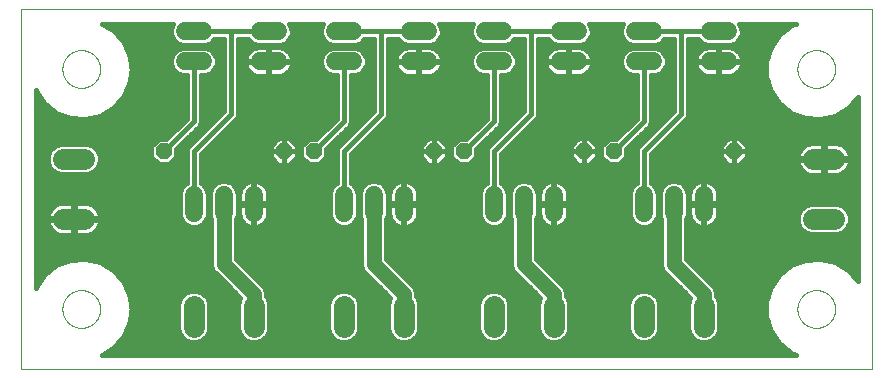
<source format=gbl>
G75*
%MOIN*%
%OFA0B0*%
%FSLAX25Y25*%
%IPPOS*%
%LPD*%
%AMOC8*
5,1,8,0,0,1.08239X$1,22.5*
%
%ADD10C,0.00000*%
%ADD11C,0.06000*%
%ADD12OC8,0.05200*%
%ADD13C,0.07050*%
%ADD14C,0.01600*%
%ADD15C,0.05000*%
D10*
X0006800Y0001800D02*
X0006800Y0121761D01*
X0290501Y0121761D01*
X0290501Y0001800D01*
X0006800Y0001800D01*
X0020501Y0021800D02*
X0020503Y0021958D01*
X0020509Y0022116D01*
X0020519Y0022274D01*
X0020533Y0022432D01*
X0020551Y0022589D01*
X0020572Y0022746D01*
X0020598Y0022902D01*
X0020628Y0023058D01*
X0020661Y0023213D01*
X0020699Y0023366D01*
X0020740Y0023519D01*
X0020785Y0023671D01*
X0020834Y0023822D01*
X0020887Y0023971D01*
X0020943Y0024119D01*
X0021003Y0024265D01*
X0021067Y0024410D01*
X0021135Y0024553D01*
X0021206Y0024695D01*
X0021280Y0024835D01*
X0021358Y0024972D01*
X0021440Y0025108D01*
X0021524Y0025242D01*
X0021613Y0025373D01*
X0021704Y0025502D01*
X0021799Y0025629D01*
X0021896Y0025754D01*
X0021997Y0025876D01*
X0022101Y0025995D01*
X0022208Y0026112D01*
X0022318Y0026226D01*
X0022431Y0026337D01*
X0022546Y0026446D01*
X0022664Y0026551D01*
X0022785Y0026653D01*
X0022908Y0026753D01*
X0023034Y0026849D01*
X0023162Y0026942D01*
X0023292Y0027032D01*
X0023425Y0027118D01*
X0023560Y0027202D01*
X0023696Y0027281D01*
X0023835Y0027358D01*
X0023976Y0027430D01*
X0024118Y0027500D01*
X0024262Y0027565D01*
X0024408Y0027627D01*
X0024555Y0027685D01*
X0024704Y0027740D01*
X0024854Y0027791D01*
X0025005Y0027838D01*
X0025157Y0027881D01*
X0025310Y0027920D01*
X0025465Y0027956D01*
X0025620Y0027987D01*
X0025776Y0028015D01*
X0025932Y0028039D01*
X0026089Y0028059D01*
X0026247Y0028075D01*
X0026404Y0028087D01*
X0026563Y0028095D01*
X0026721Y0028099D01*
X0026879Y0028099D01*
X0027037Y0028095D01*
X0027196Y0028087D01*
X0027353Y0028075D01*
X0027511Y0028059D01*
X0027668Y0028039D01*
X0027824Y0028015D01*
X0027980Y0027987D01*
X0028135Y0027956D01*
X0028290Y0027920D01*
X0028443Y0027881D01*
X0028595Y0027838D01*
X0028746Y0027791D01*
X0028896Y0027740D01*
X0029045Y0027685D01*
X0029192Y0027627D01*
X0029338Y0027565D01*
X0029482Y0027500D01*
X0029624Y0027430D01*
X0029765Y0027358D01*
X0029904Y0027281D01*
X0030040Y0027202D01*
X0030175Y0027118D01*
X0030308Y0027032D01*
X0030438Y0026942D01*
X0030566Y0026849D01*
X0030692Y0026753D01*
X0030815Y0026653D01*
X0030936Y0026551D01*
X0031054Y0026446D01*
X0031169Y0026337D01*
X0031282Y0026226D01*
X0031392Y0026112D01*
X0031499Y0025995D01*
X0031603Y0025876D01*
X0031704Y0025754D01*
X0031801Y0025629D01*
X0031896Y0025502D01*
X0031987Y0025373D01*
X0032076Y0025242D01*
X0032160Y0025108D01*
X0032242Y0024972D01*
X0032320Y0024835D01*
X0032394Y0024695D01*
X0032465Y0024553D01*
X0032533Y0024410D01*
X0032597Y0024265D01*
X0032657Y0024119D01*
X0032713Y0023971D01*
X0032766Y0023822D01*
X0032815Y0023671D01*
X0032860Y0023519D01*
X0032901Y0023366D01*
X0032939Y0023213D01*
X0032972Y0023058D01*
X0033002Y0022902D01*
X0033028Y0022746D01*
X0033049Y0022589D01*
X0033067Y0022432D01*
X0033081Y0022274D01*
X0033091Y0022116D01*
X0033097Y0021958D01*
X0033099Y0021800D01*
X0033097Y0021642D01*
X0033091Y0021484D01*
X0033081Y0021326D01*
X0033067Y0021168D01*
X0033049Y0021011D01*
X0033028Y0020854D01*
X0033002Y0020698D01*
X0032972Y0020542D01*
X0032939Y0020387D01*
X0032901Y0020234D01*
X0032860Y0020081D01*
X0032815Y0019929D01*
X0032766Y0019778D01*
X0032713Y0019629D01*
X0032657Y0019481D01*
X0032597Y0019335D01*
X0032533Y0019190D01*
X0032465Y0019047D01*
X0032394Y0018905D01*
X0032320Y0018765D01*
X0032242Y0018628D01*
X0032160Y0018492D01*
X0032076Y0018358D01*
X0031987Y0018227D01*
X0031896Y0018098D01*
X0031801Y0017971D01*
X0031704Y0017846D01*
X0031603Y0017724D01*
X0031499Y0017605D01*
X0031392Y0017488D01*
X0031282Y0017374D01*
X0031169Y0017263D01*
X0031054Y0017154D01*
X0030936Y0017049D01*
X0030815Y0016947D01*
X0030692Y0016847D01*
X0030566Y0016751D01*
X0030438Y0016658D01*
X0030308Y0016568D01*
X0030175Y0016482D01*
X0030040Y0016398D01*
X0029904Y0016319D01*
X0029765Y0016242D01*
X0029624Y0016170D01*
X0029482Y0016100D01*
X0029338Y0016035D01*
X0029192Y0015973D01*
X0029045Y0015915D01*
X0028896Y0015860D01*
X0028746Y0015809D01*
X0028595Y0015762D01*
X0028443Y0015719D01*
X0028290Y0015680D01*
X0028135Y0015644D01*
X0027980Y0015613D01*
X0027824Y0015585D01*
X0027668Y0015561D01*
X0027511Y0015541D01*
X0027353Y0015525D01*
X0027196Y0015513D01*
X0027037Y0015505D01*
X0026879Y0015501D01*
X0026721Y0015501D01*
X0026563Y0015505D01*
X0026404Y0015513D01*
X0026247Y0015525D01*
X0026089Y0015541D01*
X0025932Y0015561D01*
X0025776Y0015585D01*
X0025620Y0015613D01*
X0025465Y0015644D01*
X0025310Y0015680D01*
X0025157Y0015719D01*
X0025005Y0015762D01*
X0024854Y0015809D01*
X0024704Y0015860D01*
X0024555Y0015915D01*
X0024408Y0015973D01*
X0024262Y0016035D01*
X0024118Y0016100D01*
X0023976Y0016170D01*
X0023835Y0016242D01*
X0023696Y0016319D01*
X0023560Y0016398D01*
X0023425Y0016482D01*
X0023292Y0016568D01*
X0023162Y0016658D01*
X0023034Y0016751D01*
X0022908Y0016847D01*
X0022785Y0016947D01*
X0022664Y0017049D01*
X0022546Y0017154D01*
X0022431Y0017263D01*
X0022318Y0017374D01*
X0022208Y0017488D01*
X0022101Y0017605D01*
X0021997Y0017724D01*
X0021896Y0017846D01*
X0021799Y0017971D01*
X0021704Y0018098D01*
X0021613Y0018227D01*
X0021524Y0018358D01*
X0021440Y0018492D01*
X0021358Y0018628D01*
X0021280Y0018765D01*
X0021206Y0018905D01*
X0021135Y0019047D01*
X0021067Y0019190D01*
X0021003Y0019335D01*
X0020943Y0019481D01*
X0020887Y0019629D01*
X0020834Y0019778D01*
X0020785Y0019929D01*
X0020740Y0020081D01*
X0020699Y0020234D01*
X0020661Y0020387D01*
X0020628Y0020542D01*
X0020598Y0020698D01*
X0020572Y0020854D01*
X0020551Y0021011D01*
X0020533Y0021168D01*
X0020519Y0021326D01*
X0020509Y0021484D01*
X0020503Y0021642D01*
X0020501Y0021800D01*
X0020501Y0101800D02*
X0020503Y0101958D01*
X0020509Y0102116D01*
X0020519Y0102274D01*
X0020533Y0102432D01*
X0020551Y0102589D01*
X0020572Y0102746D01*
X0020598Y0102902D01*
X0020628Y0103058D01*
X0020661Y0103213D01*
X0020699Y0103366D01*
X0020740Y0103519D01*
X0020785Y0103671D01*
X0020834Y0103822D01*
X0020887Y0103971D01*
X0020943Y0104119D01*
X0021003Y0104265D01*
X0021067Y0104410D01*
X0021135Y0104553D01*
X0021206Y0104695D01*
X0021280Y0104835D01*
X0021358Y0104972D01*
X0021440Y0105108D01*
X0021524Y0105242D01*
X0021613Y0105373D01*
X0021704Y0105502D01*
X0021799Y0105629D01*
X0021896Y0105754D01*
X0021997Y0105876D01*
X0022101Y0105995D01*
X0022208Y0106112D01*
X0022318Y0106226D01*
X0022431Y0106337D01*
X0022546Y0106446D01*
X0022664Y0106551D01*
X0022785Y0106653D01*
X0022908Y0106753D01*
X0023034Y0106849D01*
X0023162Y0106942D01*
X0023292Y0107032D01*
X0023425Y0107118D01*
X0023560Y0107202D01*
X0023696Y0107281D01*
X0023835Y0107358D01*
X0023976Y0107430D01*
X0024118Y0107500D01*
X0024262Y0107565D01*
X0024408Y0107627D01*
X0024555Y0107685D01*
X0024704Y0107740D01*
X0024854Y0107791D01*
X0025005Y0107838D01*
X0025157Y0107881D01*
X0025310Y0107920D01*
X0025465Y0107956D01*
X0025620Y0107987D01*
X0025776Y0108015D01*
X0025932Y0108039D01*
X0026089Y0108059D01*
X0026247Y0108075D01*
X0026404Y0108087D01*
X0026563Y0108095D01*
X0026721Y0108099D01*
X0026879Y0108099D01*
X0027037Y0108095D01*
X0027196Y0108087D01*
X0027353Y0108075D01*
X0027511Y0108059D01*
X0027668Y0108039D01*
X0027824Y0108015D01*
X0027980Y0107987D01*
X0028135Y0107956D01*
X0028290Y0107920D01*
X0028443Y0107881D01*
X0028595Y0107838D01*
X0028746Y0107791D01*
X0028896Y0107740D01*
X0029045Y0107685D01*
X0029192Y0107627D01*
X0029338Y0107565D01*
X0029482Y0107500D01*
X0029624Y0107430D01*
X0029765Y0107358D01*
X0029904Y0107281D01*
X0030040Y0107202D01*
X0030175Y0107118D01*
X0030308Y0107032D01*
X0030438Y0106942D01*
X0030566Y0106849D01*
X0030692Y0106753D01*
X0030815Y0106653D01*
X0030936Y0106551D01*
X0031054Y0106446D01*
X0031169Y0106337D01*
X0031282Y0106226D01*
X0031392Y0106112D01*
X0031499Y0105995D01*
X0031603Y0105876D01*
X0031704Y0105754D01*
X0031801Y0105629D01*
X0031896Y0105502D01*
X0031987Y0105373D01*
X0032076Y0105242D01*
X0032160Y0105108D01*
X0032242Y0104972D01*
X0032320Y0104835D01*
X0032394Y0104695D01*
X0032465Y0104553D01*
X0032533Y0104410D01*
X0032597Y0104265D01*
X0032657Y0104119D01*
X0032713Y0103971D01*
X0032766Y0103822D01*
X0032815Y0103671D01*
X0032860Y0103519D01*
X0032901Y0103366D01*
X0032939Y0103213D01*
X0032972Y0103058D01*
X0033002Y0102902D01*
X0033028Y0102746D01*
X0033049Y0102589D01*
X0033067Y0102432D01*
X0033081Y0102274D01*
X0033091Y0102116D01*
X0033097Y0101958D01*
X0033099Y0101800D01*
X0033097Y0101642D01*
X0033091Y0101484D01*
X0033081Y0101326D01*
X0033067Y0101168D01*
X0033049Y0101011D01*
X0033028Y0100854D01*
X0033002Y0100698D01*
X0032972Y0100542D01*
X0032939Y0100387D01*
X0032901Y0100234D01*
X0032860Y0100081D01*
X0032815Y0099929D01*
X0032766Y0099778D01*
X0032713Y0099629D01*
X0032657Y0099481D01*
X0032597Y0099335D01*
X0032533Y0099190D01*
X0032465Y0099047D01*
X0032394Y0098905D01*
X0032320Y0098765D01*
X0032242Y0098628D01*
X0032160Y0098492D01*
X0032076Y0098358D01*
X0031987Y0098227D01*
X0031896Y0098098D01*
X0031801Y0097971D01*
X0031704Y0097846D01*
X0031603Y0097724D01*
X0031499Y0097605D01*
X0031392Y0097488D01*
X0031282Y0097374D01*
X0031169Y0097263D01*
X0031054Y0097154D01*
X0030936Y0097049D01*
X0030815Y0096947D01*
X0030692Y0096847D01*
X0030566Y0096751D01*
X0030438Y0096658D01*
X0030308Y0096568D01*
X0030175Y0096482D01*
X0030040Y0096398D01*
X0029904Y0096319D01*
X0029765Y0096242D01*
X0029624Y0096170D01*
X0029482Y0096100D01*
X0029338Y0096035D01*
X0029192Y0095973D01*
X0029045Y0095915D01*
X0028896Y0095860D01*
X0028746Y0095809D01*
X0028595Y0095762D01*
X0028443Y0095719D01*
X0028290Y0095680D01*
X0028135Y0095644D01*
X0027980Y0095613D01*
X0027824Y0095585D01*
X0027668Y0095561D01*
X0027511Y0095541D01*
X0027353Y0095525D01*
X0027196Y0095513D01*
X0027037Y0095505D01*
X0026879Y0095501D01*
X0026721Y0095501D01*
X0026563Y0095505D01*
X0026404Y0095513D01*
X0026247Y0095525D01*
X0026089Y0095541D01*
X0025932Y0095561D01*
X0025776Y0095585D01*
X0025620Y0095613D01*
X0025465Y0095644D01*
X0025310Y0095680D01*
X0025157Y0095719D01*
X0025005Y0095762D01*
X0024854Y0095809D01*
X0024704Y0095860D01*
X0024555Y0095915D01*
X0024408Y0095973D01*
X0024262Y0096035D01*
X0024118Y0096100D01*
X0023976Y0096170D01*
X0023835Y0096242D01*
X0023696Y0096319D01*
X0023560Y0096398D01*
X0023425Y0096482D01*
X0023292Y0096568D01*
X0023162Y0096658D01*
X0023034Y0096751D01*
X0022908Y0096847D01*
X0022785Y0096947D01*
X0022664Y0097049D01*
X0022546Y0097154D01*
X0022431Y0097263D01*
X0022318Y0097374D01*
X0022208Y0097488D01*
X0022101Y0097605D01*
X0021997Y0097724D01*
X0021896Y0097846D01*
X0021799Y0097971D01*
X0021704Y0098098D01*
X0021613Y0098227D01*
X0021524Y0098358D01*
X0021440Y0098492D01*
X0021358Y0098628D01*
X0021280Y0098765D01*
X0021206Y0098905D01*
X0021135Y0099047D01*
X0021067Y0099190D01*
X0021003Y0099335D01*
X0020943Y0099481D01*
X0020887Y0099629D01*
X0020834Y0099778D01*
X0020785Y0099929D01*
X0020740Y0100081D01*
X0020699Y0100234D01*
X0020661Y0100387D01*
X0020628Y0100542D01*
X0020598Y0100698D01*
X0020572Y0100854D01*
X0020551Y0101011D01*
X0020533Y0101168D01*
X0020519Y0101326D01*
X0020509Y0101484D01*
X0020503Y0101642D01*
X0020501Y0101800D01*
X0265501Y0101800D02*
X0265503Y0101958D01*
X0265509Y0102116D01*
X0265519Y0102274D01*
X0265533Y0102432D01*
X0265551Y0102589D01*
X0265572Y0102746D01*
X0265598Y0102902D01*
X0265628Y0103058D01*
X0265661Y0103213D01*
X0265699Y0103366D01*
X0265740Y0103519D01*
X0265785Y0103671D01*
X0265834Y0103822D01*
X0265887Y0103971D01*
X0265943Y0104119D01*
X0266003Y0104265D01*
X0266067Y0104410D01*
X0266135Y0104553D01*
X0266206Y0104695D01*
X0266280Y0104835D01*
X0266358Y0104972D01*
X0266440Y0105108D01*
X0266524Y0105242D01*
X0266613Y0105373D01*
X0266704Y0105502D01*
X0266799Y0105629D01*
X0266896Y0105754D01*
X0266997Y0105876D01*
X0267101Y0105995D01*
X0267208Y0106112D01*
X0267318Y0106226D01*
X0267431Y0106337D01*
X0267546Y0106446D01*
X0267664Y0106551D01*
X0267785Y0106653D01*
X0267908Y0106753D01*
X0268034Y0106849D01*
X0268162Y0106942D01*
X0268292Y0107032D01*
X0268425Y0107118D01*
X0268560Y0107202D01*
X0268696Y0107281D01*
X0268835Y0107358D01*
X0268976Y0107430D01*
X0269118Y0107500D01*
X0269262Y0107565D01*
X0269408Y0107627D01*
X0269555Y0107685D01*
X0269704Y0107740D01*
X0269854Y0107791D01*
X0270005Y0107838D01*
X0270157Y0107881D01*
X0270310Y0107920D01*
X0270465Y0107956D01*
X0270620Y0107987D01*
X0270776Y0108015D01*
X0270932Y0108039D01*
X0271089Y0108059D01*
X0271247Y0108075D01*
X0271404Y0108087D01*
X0271563Y0108095D01*
X0271721Y0108099D01*
X0271879Y0108099D01*
X0272037Y0108095D01*
X0272196Y0108087D01*
X0272353Y0108075D01*
X0272511Y0108059D01*
X0272668Y0108039D01*
X0272824Y0108015D01*
X0272980Y0107987D01*
X0273135Y0107956D01*
X0273290Y0107920D01*
X0273443Y0107881D01*
X0273595Y0107838D01*
X0273746Y0107791D01*
X0273896Y0107740D01*
X0274045Y0107685D01*
X0274192Y0107627D01*
X0274338Y0107565D01*
X0274482Y0107500D01*
X0274624Y0107430D01*
X0274765Y0107358D01*
X0274904Y0107281D01*
X0275040Y0107202D01*
X0275175Y0107118D01*
X0275308Y0107032D01*
X0275438Y0106942D01*
X0275566Y0106849D01*
X0275692Y0106753D01*
X0275815Y0106653D01*
X0275936Y0106551D01*
X0276054Y0106446D01*
X0276169Y0106337D01*
X0276282Y0106226D01*
X0276392Y0106112D01*
X0276499Y0105995D01*
X0276603Y0105876D01*
X0276704Y0105754D01*
X0276801Y0105629D01*
X0276896Y0105502D01*
X0276987Y0105373D01*
X0277076Y0105242D01*
X0277160Y0105108D01*
X0277242Y0104972D01*
X0277320Y0104835D01*
X0277394Y0104695D01*
X0277465Y0104553D01*
X0277533Y0104410D01*
X0277597Y0104265D01*
X0277657Y0104119D01*
X0277713Y0103971D01*
X0277766Y0103822D01*
X0277815Y0103671D01*
X0277860Y0103519D01*
X0277901Y0103366D01*
X0277939Y0103213D01*
X0277972Y0103058D01*
X0278002Y0102902D01*
X0278028Y0102746D01*
X0278049Y0102589D01*
X0278067Y0102432D01*
X0278081Y0102274D01*
X0278091Y0102116D01*
X0278097Y0101958D01*
X0278099Y0101800D01*
X0278097Y0101642D01*
X0278091Y0101484D01*
X0278081Y0101326D01*
X0278067Y0101168D01*
X0278049Y0101011D01*
X0278028Y0100854D01*
X0278002Y0100698D01*
X0277972Y0100542D01*
X0277939Y0100387D01*
X0277901Y0100234D01*
X0277860Y0100081D01*
X0277815Y0099929D01*
X0277766Y0099778D01*
X0277713Y0099629D01*
X0277657Y0099481D01*
X0277597Y0099335D01*
X0277533Y0099190D01*
X0277465Y0099047D01*
X0277394Y0098905D01*
X0277320Y0098765D01*
X0277242Y0098628D01*
X0277160Y0098492D01*
X0277076Y0098358D01*
X0276987Y0098227D01*
X0276896Y0098098D01*
X0276801Y0097971D01*
X0276704Y0097846D01*
X0276603Y0097724D01*
X0276499Y0097605D01*
X0276392Y0097488D01*
X0276282Y0097374D01*
X0276169Y0097263D01*
X0276054Y0097154D01*
X0275936Y0097049D01*
X0275815Y0096947D01*
X0275692Y0096847D01*
X0275566Y0096751D01*
X0275438Y0096658D01*
X0275308Y0096568D01*
X0275175Y0096482D01*
X0275040Y0096398D01*
X0274904Y0096319D01*
X0274765Y0096242D01*
X0274624Y0096170D01*
X0274482Y0096100D01*
X0274338Y0096035D01*
X0274192Y0095973D01*
X0274045Y0095915D01*
X0273896Y0095860D01*
X0273746Y0095809D01*
X0273595Y0095762D01*
X0273443Y0095719D01*
X0273290Y0095680D01*
X0273135Y0095644D01*
X0272980Y0095613D01*
X0272824Y0095585D01*
X0272668Y0095561D01*
X0272511Y0095541D01*
X0272353Y0095525D01*
X0272196Y0095513D01*
X0272037Y0095505D01*
X0271879Y0095501D01*
X0271721Y0095501D01*
X0271563Y0095505D01*
X0271404Y0095513D01*
X0271247Y0095525D01*
X0271089Y0095541D01*
X0270932Y0095561D01*
X0270776Y0095585D01*
X0270620Y0095613D01*
X0270465Y0095644D01*
X0270310Y0095680D01*
X0270157Y0095719D01*
X0270005Y0095762D01*
X0269854Y0095809D01*
X0269704Y0095860D01*
X0269555Y0095915D01*
X0269408Y0095973D01*
X0269262Y0096035D01*
X0269118Y0096100D01*
X0268976Y0096170D01*
X0268835Y0096242D01*
X0268696Y0096319D01*
X0268560Y0096398D01*
X0268425Y0096482D01*
X0268292Y0096568D01*
X0268162Y0096658D01*
X0268034Y0096751D01*
X0267908Y0096847D01*
X0267785Y0096947D01*
X0267664Y0097049D01*
X0267546Y0097154D01*
X0267431Y0097263D01*
X0267318Y0097374D01*
X0267208Y0097488D01*
X0267101Y0097605D01*
X0266997Y0097724D01*
X0266896Y0097846D01*
X0266799Y0097971D01*
X0266704Y0098098D01*
X0266613Y0098227D01*
X0266524Y0098358D01*
X0266440Y0098492D01*
X0266358Y0098628D01*
X0266280Y0098765D01*
X0266206Y0098905D01*
X0266135Y0099047D01*
X0266067Y0099190D01*
X0266003Y0099335D01*
X0265943Y0099481D01*
X0265887Y0099629D01*
X0265834Y0099778D01*
X0265785Y0099929D01*
X0265740Y0100081D01*
X0265699Y0100234D01*
X0265661Y0100387D01*
X0265628Y0100542D01*
X0265598Y0100698D01*
X0265572Y0100854D01*
X0265551Y0101011D01*
X0265533Y0101168D01*
X0265519Y0101326D01*
X0265509Y0101484D01*
X0265503Y0101642D01*
X0265501Y0101800D01*
X0265501Y0021800D02*
X0265503Y0021958D01*
X0265509Y0022116D01*
X0265519Y0022274D01*
X0265533Y0022432D01*
X0265551Y0022589D01*
X0265572Y0022746D01*
X0265598Y0022902D01*
X0265628Y0023058D01*
X0265661Y0023213D01*
X0265699Y0023366D01*
X0265740Y0023519D01*
X0265785Y0023671D01*
X0265834Y0023822D01*
X0265887Y0023971D01*
X0265943Y0024119D01*
X0266003Y0024265D01*
X0266067Y0024410D01*
X0266135Y0024553D01*
X0266206Y0024695D01*
X0266280Y0024835D01*
X0266358Y0024972D01*
X0266440Y0025108D01*
X0266524Y0025242D01*
X0266613Y0025373D01*
X0266704Y0025502D01*
X0266799Y0025629D01*
X0266896Y0025754D01*
X0266997Y0025876D01*
X0267101Y0025995D01*
X0267208Y0026112D01*
X0267318Y0026226D01*
X0267431Y0026337D01*
X0267546Y0026446D01*
X0267664Y0026551D01*
X0267785Y0026653D01*
X0267908Y0026753D01*
X0268034Y0026849D01*
X0268162Y0026942D01*
X0268292Y0027032D01*
X0268425Y0027118D01*
X0268560Y0027202D01*
X0268696Y0027281D01*
X0268835Y0027358D01*
X0268976Y0027430D01*
X0269118Y0027500D01*
X0269262Y0027565D01*
X0269408Y0027627D01*
X0269555Y0027685D01*
X0269704Y0027740D01*
X0269854Y0027791D01*
X0270005Y0027838D01*
X0270157Y0027881D01*
X0270310Y0027920D01*
X0270465Y0027956D01*
X0270620Y0027987D01*
X0270776Y0028015D01*
X0270932Y0028039D01*
X0271089Y0028059D01*
X0271247Y0028075D01*
X0271404Y0028087D01*
X0271563Y0028095D01*
X0271721Y0028099D01*
X0271879Y0028099D01*
X0272037Y0028095D01*
X0272196Y0028087D01*
X0272353Y0028075D01*
X0272511Y0028059D01*
X0272668Y0028039D01*
X0272824Y0028015D01*
X0272980Y0027987D01*
X0273135Y0027956D01*
X0273290Y0027920D01*
X0273443Y0027881D01*
X0273595Y0027838D01*
X0273746Y0027791D01*
X0273896Y0027740D01*
X0274045Y0027685D01*
X0274192Y0027627D01*
X0274338Y0027565D01*
X0274482Y0027500D01*
X0274624Y0027430D01*
X0274765Y0027358D01*
X0274904Y0027281D01*
X0275040Y0027202D01*
X0275175Y0027118D01*
X0275308Y0027032D01*
X0275438Y0026942D01*
X0275566Y0026849D01*
X0275692Y0026753D01*
X0275815Y0026653D01*
X0275936Y0026551D01*
X0276054Y0026446D01*
X0276169Y0026337D01*
X0276282Y0026226D01*
X0276392Y0026112D01*
X0276499Y0025995D01*
X0276603Y0025876D01*
X0276704Y0025754D01*
X0276801Y0025629D01*
X0276896Y0025502D01*
X0276987Y0025373D01*
X0277076Y0025242D01*
X0277160Y0025108D01*
X0277242Y0024972D01*
X0277320Y0024835D01*
X0277394Y0024695D01*
X0277465Y0024553D01*
X0277533Y0024410D01*
X0277597Y0024265D01*
X0277657Y0024119D01*
X0277713Y0023971D01*
X0277766Y0023822D01*
X0277815Y0023671D01*
X0277860Y0023519D01*
X0277901Y0023366D01*
X0277939Y0023213D01*
X0277972Y0023058D01*
X0278002Y0022902D01*
X0278028Y0022746D01*
X0278049Y0022589D01*
X0278067Y0022432D01*
X0278081Y0022274D01*
X0278091Y0022116D01*
X0278097Y0021958D01*
X0278099Y0021800D01*
X0278097Y0021642D01*
X0278091Y0021484D01*
X0278081Y0021326D01*
X0278067Y0021168D01*
X0278049Y0021011D01*
X0278028Y0020854D01*
X0278002Y0020698D01*
X0277972Y0020542D01*
X0277939Y0020387D01*
X0277901Y0020234D01*
X0277860Y0020081D01*
X0277815Y0019929D01*
X0277766Y0019778D01*
X0277713Y0019629D01*
X0277657Y0019481D01*
X0277597Y0019335D01*
X0277533Y0019190D01*
X0277465Y0019047D01*
X0277394Y0018905D01*
X0277320Y0018765D01*
X0277242Y0018628D01*
X0277160Y0018492D01*
X0277076Y0018358D01*
X0276987Y0018227D01*
X0276896Y0018098D01*
X0276801Y0017971D01*
X0276704Y0017846D01*
X0276603Y0017724D01*
X0276499Y0017605D01*
X0276392Y0017488D01*
X0276282Y0017374D01*
X0276169Y0017263D01*
X0276054Y0017154D01*
X0275936Y0017049D01*
X0275815Y0016947D01*
X0275692Y0016847D01*
X0275566Y0016751D01*
X0275438Y0016658D01*
X0275308Y0016568D01*
X0275175Y0016482D01*
X0275040Y0016398D01*
X0274904Y0016319D01*
X0274765Y0016242D01*
X0274624Y0016170D01*
X0274482Y0016100D01*
X0274338Y0016035D01*
X0274192Y0015973D01*
X0274045Y0015915D01*
X0273896Y0015860D01*
X0273746Y0015809D01*
X0273595Y0015762D01*
X0273443Y0015719D01*
X0273290Y0015680D01*
X0273135Y0015644D01*
X0272980Y0015613D01*
X0272824Y0015585D01*
X0272668Y0015561D01*
X0272511Y0015541D01*
X0272353Y0015525D01*
X0272196Y0015513D01*
X0272037Y0015505D01*
X0271879Y0015501D01*
X0271721Y0015501D01*
X0271563Y0015505D01*
X0271404Y0015513D01*
X0271247Y0015525D01*
X0271089Y0015541D01*
X0270932Y0015561D01*
X0270776Y0015585D01*
X0270620Y0015613D01*
X0270465Y0015644D01*
X0270310Y0015680D01*
X0270157Y0015719D01*
X0270005Y0015762D01*
X0269854Y0015809D01*
X0269704Y0015860D01*
X0269555Y0015915D01*
X0269408Y0015973D01*
X0269262Y0016035D01*
X0269118Y0016100D01*
X0268976Y0016170D01*
X0268835Y0016242D01*
X0268696Y0016319D01*
X0268560Y0016398D01*
X0268425Y0016482D01*
X0268292Y0016568D01*
X0268162Y0016658D01*
X0268034Y0016751D01*
X0267908Y0016847D01*
X0267785Y0016947D01*
X0267664Y0017049D01*
X0267546Y0017154D01*
X0267431Y0017263D01*
X0267318Y0017374D01*
X0267208Y0017488D01*
X0267101Y0017605D01*
X0266997Y0017724D01*
X0266896Y0017846D01*
X0266799Y0017971D01*
X0266704Y0018098D01*
X0266613Y0018227D01*
X0266524Y0018358D01*
X0266440Y0018492D01*
X0266358Y0018628D01*
X0266280Y0018765D01*
X0266206Y0018905D01*
X0266135Y0019047D01*
X0266067Y0019190D01*
X0266003Y0019335D01*
X0265943Y0019481D01*
X0265887Y0019629D01*
X0265834Y0019778D01*
X0265785Y0019929D01*
X0265740Y0020081D01*
X0265699Y0020234D01*
X0265661Y0020387D01*
X0265628Y0020542D01*
X0265598Y0020698D01*
X0265572Y0020854D01*
X0265551Y0021011D01*
X0265533Y0021168D01*
X0265519Y0021326D01*
X0265509Y0021484D01*
X0265503Y0021642D01*
X0265501Y0021800D01*
D11*
X0234300Y0053800D02*
X0234300Y0059800D01*
X0224300Y0059800D02*
X0224300Y0053800D01*
X0214300Y0053800D02*
X0214300Y0059800D01*
X0184300Y0059800D02*
X0184300Y0053800D01*
X0174300Y0053800D02*
X0174300Y0059800D01*
X0164300Y0059800D02*
X0164300Y0053800D01*
X0134300Y0053800D02*
X0134300Y0059800D01*
X0124300Y0059800D02*
X0124300Y0053800D01*
X0114300Y0053800D02*
X0114300Y0059800D01*
X0084300Y0059800D02*
X0084300Y0053800D01*
X0074300Y0053800D02*
X0074300Y0059800D01*
X0064300Y0059800D02*
X0064300Y0053800D01*
X0067300Y0104300D02*
X0061300Y0104300D01*
X0061300Y0114300D02*
X0067300Y0114300D01*
X0086300Y0114300D02*
X0092300Y0114300D01*
X0111300Y0114300D02*
X0117300Y0114300D01*
X0136300Y0114300D02*
X0142300Y0114300D01*
X0161300Y0114300D02*
X0167300Y0114300D01*
X0186300Y0114300D02*
X0192300Y0114300D01*
X0211300Y0114300D02*
X0217300Y0114300D01*
X0236300Y0114300D02*
X0242300Y0114300D01*
X0242300Y0104300D02*
X0236300Y0104300D01*
X0217300Y0104300D02*
X0211300Y0104300D01*
X0192300Y0104300D02*
X0186300Y0104300D01*
X0167300Y0104300D02*
X0161300Y0104300D01*
X0142300Y0104300D02*
X0136300Y0104300D01*
X0117300Y0104300D02*
X0111300Y0104300D01*
X0092300Y0104300D02*
X0086300Y0104300D01*
D12*
X0094300Y0074300D03*
X0104300Y0074300D03*
X0144300Y0074300D03*
X0154300Y0074300D03*
X0194300Y0074300D03*
X0204300Y0074300D03*
X0244300Y0074300D03*
X0054300Y0074300D03*
D13*
X0027825Y0071800D02*
X0020775Y0071800D01*
X0020775Y0051800D02*
X0027825Y0051800D01*
X0064300Y0022825D02*
X0064300Y0015775D01*
X0084300Y0015775D02*
X0084300Y0022825D01*
X0114300Y0022825D02*
X0114300Y0015775D01*
X0134300Y0015775D02*
X0134300Y0022825D01*
X0164300Y0022825D02*
X0164300Y0015775D01*
X0184300Y0015775D02*
X0184300Y0022825D01*
X0214300Y0022825D02*
X0214300Y0015775D01*
X0234300Y0015775D02*
X0234300Y0022825D01*
X0270775Y0051800D02*
X0277825Y0051800D01*
X0277825Y0071800D02*
X0270775Y0071800D01*
D14*
X0273925Y0072134D02*
X0248357Y0072134D01*
X0248700Y0072477D02*
X0248700Y0074300D01*
X0248700Y0076123D01*
X0246123Y0078700D01*
X0244300Y0078700D01*
X0244300Y0074300D01*
X0248700Y0074300D01*
X0244300Y0074300D01*
X0244300Y0074300D01*
X0244300Y0074300D01*
X0244300Y0069900D01*
X0246123Y0069900D01*
X0248700Y0072477D01*
X0248700Y0073733D02*
X0265804Y0073733D01*
X0265840Y0073844D02*
X0265581Y0073047D01*
X0265450Y0072219D01*
X0265450Y0072175D01*
X0273925Y0072175D01*
X0273925Y0077125D01*
X0270356Y0077125D01*
X0269528Y0076994D01*
X0268731Y0076735D01*
X0267984Y0076354D01*
X0267306Y0075862D01*
X0266713Y0075269D01*
X0266221Y0074591D01*
X0265840Y0073844D01*
X0266776Y0075332D02*
X0248700Y0075332D01*
X0244300Y0075332D02*
X0244300Y0075332D01*
X0244300Y0074300D02*
X0244300Y0078700D01*
X0242477Y0078700D01*
X0239900Y0076123D01*
X0239900Y0074300D01*
X0244300Y0074300D01*
X0244300Y0074300D01*
X0244300Y0074300D01*
X0244300Y0069900D01*
X0242477Y0069900D01*
X0239900Y0072477D01*
X0239900Y0074300D01*
X0244300Y0074300D01*
X0244300Y0073733D02*
X0244300Y0073733D01*
X0244300Y0072134D02*
X0244300Y0072134D01*
X0244300Y0070536D02*
X0244300Y0070536D01*
X0246759Y0070536D02*
X0265587Y0070536D01*
X0265581Y0070553D02*
X0265840Y0069756D01*
X0266221Y0069009D01*
X0266713Y0068331D01*
X0267306Y0067738D01*
X0267984Y0067246D01*
X0268731Y0066865D01*
X0269528Y0066606D01*
X0270356Y0066475D01*
X0273925Y0066475D01*
X0273925Y0071425D01*
X0274675Y0071425D01*
X0274675Y0072175D01*
X0273925Y0072175D01*
X0273925Y0071425D01*
X0265450Y0071425D01*
X0265450Y0071381D01*
X0265581Y0070553D01*
X0266273Y0068937D02*
X0216700Y0068937D01*
X0216700Y0067339D02*
X0267856Y0067339D01*
X0273925Y0067339D02*
X0274675Y0067339D01*
X0274675Y0066475D02*
X0278244Y0066475D01*
X0279072Y0066606D01*
X0279869Y0066865D01*
X0280616Y0067246D01*
X0281294Y0067738D01*
X0281887Y0068331D01*
X0282379Y0069009D01*
X0282760Y0069756D01*
X0283019Y0070553D01*
X0283150Y0071381D01*
X0283150Y0071425D01*
X0274675Y0071425D01*
X0274675Y0066475D01*
X0274675Y0068937D02*
X0273925Y0068937D01*
X0273925Y0070536D02*
X0274675Y0070536D01*
X0274675Y0072134D02*
X0285701Y0072134D01*
X0285701Y0070536D02*
X0283013Y0070536D01*
X0283150Y0072175D02*
X0283150Y0072219D01*
X0283019Y0073047D01*
X0282760Y0073844D01*
X0282379Y0074591D01*
X0281887Y0075269D01*
X0281294Y0075862D01*
X0280616Y0076354D01*
X0279869Y0076735D01*
X0279072Y0076994D01*
X0278244Y0077125D01*
X0274675Y0077125D01*
X0274675Y0072175D01*
X0283150Y0072175D01*
X0282796Y0073733D02*
X0285701Y0073733D01*
X0285701Y0075332D02*
X0281824Y0075332D01*
X0279268Y0076930D02*
X0285701Y0076930D01*
X0285701Y0078529D02*
X0246294Y0078529D01*
X0244300Y0078529D02*
X0244300Y0078529D01*
X0244300Y0076930D02*
X0244300Y0076930D01*
X0242306Y0078529D02*
X0221923Y0078529D01*
X0223521Y0080127D02*
X0285701Y0080127D01*
X0285701Y0081726D02*
X0225120Y0081726D01*
X0226718Y0083324D02*
X0285701Y0083324D01*
X0285701Y0084923D02*
X0228317Y0084923D01*
X0228159Y0084765D02*
X0228835Y0085441D01*
X0229200Y0086323D01*
X0229200Y0111900D01*
X0232315Y0111900D01*
X0232400Y0111694D01*
X0233694Y0110400D01*
X0235385Y0109700D01*
X0243215Y0109700D01*
X0244906Y0110400D01*
X0246200Y0111694D01*
X0246900Y0113385D01*
X0246900Y0115215D01*
X0246200Y0116906D01*
X0246145Y0116961D01*
X0264958Y0116961D01*
X0263400Y0116349D01*
X0259485Y0113227D01*
X0259485Y0113227D01*
X0259485Y0113227D01*
X0256664Y0109089D01*
X0255188Y0104304D01*
X0255188Y0099296D01*
X0256664Y0094511D01*
X0256664Y0094511D01*
X0259485Y0090373D01*
X0263400Y0087251D01*
X0268062Y0085421D01*
X0273055Y0085047D01*
X0273055Y0085047D01*
X0277938Y0086161D01*
X0282275Y0088665D01*
X0285681Y0092336D01*
X0285701Y0092378D01*
X0285701Y0031222D01*
X0285681Y0031264D01*
X0282275Y0034935D01*
X0282275Y0034935D01*
X0277938Y0037439D01*
X0277938Y0037439D01*
X0273055Y0038553D01*
X0268062Y0038179D01*
X0268062Y0038179D01*
X0263400Y0036349D01*
X0259485Y0033227D01*
X0259485Y0033227D01*
X0256664Y0029089D01*
X0255188Y0024304D01*
X0255188Y0019296D01*
X0256664Y0014511D01*
X0256664Y0014511D01*
X0259485Y0010373D01*
X0263400Y0007251D01*
X0265058Y0006600D01*
X0033697Y0006600D01*
X0037275Y0008665D01*
X0040681Y0012336D01*
X0042854Y0016848D01*
X0043600Y0021800D01*
X0042854Y0026752D01*
X0040681Y0031264D01*
X0037275Y0034935D01*
X0037275Y0034935D01*
X0032938Y0037439D01*
X0032938Y0037439D01*
X0028055Y0038553D01*
X0023062Y0038179D01*
X0023062Y0038179D01*
X0018400Y0036349D01*
X0014485Y0033227D01*
X0014485Y0033227D01*
X0011664Y0029089D01*
X0011600Y0028883D01*
X0011600Y0094717D01*
X0011664Y0094511D01*
X0011664Y0094511D01*
X0014485Y0090373D01*
X0018400Y0087251D01*
X0023062Y0085421D01*
X0028055Y0085047D01*
X0028055Y0085047D01*
X0032938Y0086161D01*
X0037275Y0088665D01*
X0040681Y0092336D01*
X0042854Y0096848D01*
X0043600Y0101800D01*
X0042854Y0106752D01*
X0040681Y0111264D01*
X0040681Y0111264D01*
X0037275Y0114935D01*
X0033766Y0116961D01*
X0057455Y0116961D01*
X0057400Y0116906D01*
X0056700Y0115215D01*
X0056700Y0113385D01*
X0057400Y0111694D01*
X0058694Y0110400D01*
X0060385Y0109700D01*
X0068215Y0109700D01*
X0069906Y0110400D01*
X0071200Y0111694D01*
X0071285Y0111900D01*
X0074400Y0111900D01*
X0074400Y0087794D01*
X0062265Y0075659D01*
X0061900Y0074777D01*
X0061900Y0063785D01*
X0061694Y0063700D01*
X0060400Y0062406D01*
X0059700Y0060715D01*
X0059700Y0052885D01*
X0060400Y0051194D01*
X0061694Y0049900D01*
X0063385Y0049200D01*
X0065215Y0049200D01*
X0066906Y0049900D01*
X0068200Y0051194D01*
X0068900Y0052885D01*
X0068900Y0060715D01*
X0068200Y0062406D01*
X0066906Y0063700D01*
X0066700Y0063785D01*
X0066700Y0073306D01*
X0078159Y0084765D01*
X0078835Y0085441D01*
X0079200Y0086323D01*
X0079200Y0111900D01*
X0082315Y0111900D01*
X0082400Y0111694D01*
X0083694Y0110400D01*
X0085385Y0109700D01*
X0093215Y0109700D01*
X0094906Y0110400D01*
X0096200Y0111694D01*
X0096900Y0113385D01*
X0096900Y0115215D01*
X0096200Y0116906D01*
X0096145Y0116961D01*
X0107455Y0116961D01*
X0107400Y0116906D01*
X0106700Y0115215D01*
X0106700Y0113385D01*
X0107400Y0111694D01*
X0108694Y0110400D01*
X0110385Y0109700D01*
X0118215Y0109700D01*
X0119906Y0110400D01*
X0121200Y0111694D01*
X0121285Y0111900D01*
X0124400Y0111900D01*
X0124400Y0087794D01*
X0112265Y0075659D01*
X0111900Y0074777D01*
X0111900Y0063785D01*
X0111694Y0063700D01*
X0110400Y0062406D01*
X0109700Y0060715D01*
X0109700Y0052885D01*
X0110400Y0051194D01*
X0111694Y0049900D01*
X0113385Y0049200D01*
X0115215Y0049200D01*
X0116906Y0049900D01*
X0118200Y0051194D01*
X0118900Y0052885D01*
X0118900Y0060715D01*
X0118200Y0062406D01*
X0116906Y0063700D01*
X0116700Y0063785D01*
X0116700Y0073306D01*
X0128159Y0084765D01*
X0128835Y0085441D01*
X0129200Y0086323D01*
X0129200Y0111900D01*
X0132315Y0111900D01*
X0132400Y0111694D01*
X0133694Y0110400D01*
X0135385Y0109700D01*
X0143215Y0109700D01*
X0144906Y0110400D01*
X0146200Y0111694D01*
X0146900Y0113385D01*
X0146900Y0115215D01*
X0146200Y0116906D01*
X0146145Y0116961D01*
X0157455Y0116961D01*
X0157400Y0116906D01*
X0156700Y0115215D01*
X0156700Y0113385D01*
X0157400Y0111694D01*
X0158694Y0110400D01*
X0160385Y0109700D01*
X0168215Y0109700D01*
X0169906Y0110400D01*
X0171200Y0111694D01*
X0171285Y0111900D01*
X0174400Y0111900D01*
X0174400Y0087794D01*
X0162265Y0075659D01*
X0161900Y0074777D01*
X0161900Y0063785D01*
X0161694Y0063700D01*
X0160400Y0062406D01*
X0159700Y0060715D01*
X0159700Y0052885D01*
X0160400Y0051194D01*
X0161694Y0049900D01*
X0163385Y0049200D01*
X0165215Y0049200D01*
X0166906Y0049900D01*
X0168200Y0051194D01*
X0168900Y0052885D01*
X0168900Y0060715D01*
X0168200Y0062406D01*
X0166906Y0063700D01*
X0166700Y0063785D01*
X0166700Y0073306D01*
X0178159Y0084765D01*
X0178835Y0085441D01*
X0179200Y0086323D01*
X0179200Y0111900D01*
X0182315Y0111900D01*
X0182400Y0111694D01*
X0183694Y0110400D01*
X0185385Y0109700D01*
X0193215Y0109700D01*
X0194906Y0110400D01*
X0196200Y0111694D01*
X0196900Y0113385D01*
X0196900Y0115215D01*
X0196200Y0116906D01*
X0196145Y0116961D01*
X0207455Y0116961D01*
X0207400Y0116906D01*
X0206700Y0115215D01*
X0206700Y0113385D01*
X0207400Y0111694D01*
X0208694Y0110400D01*
X0210385Y0109700D01*
X0218215Y0109700D01*
X0219906Y0110400D01*
X0221200Y0111694D01*
X0221285Y0111900D01*
X0224400Y0111900D01*
X0224400Y0087794D01*
X0212265Y0075659D01*
X0211900Y0074777D01*
X0211900Y0063785D01*
X0211694Y0063700D01*
X0210400Y0062406D01*
X0209700Y0060715D01*
X0209700Y0052885D01*
X0210400Y0051194D01*
X0211694Y0049900D01*
X0213385Y0049200D01*
X0215215Y0049200D01*
X0216906Y0049900D01*
X0218200Y0051194D01*
X0218900Y0052885D01*
X0218900Y0060715D01*
X0218200Y0062406D01*
X0216906Y0063700D01*
X0216700Y0063785D01*
X0216700Y0073306D01*
X0228159Y0084765D01*
X0229200Y0086521D02*
X0265259Y0086521D01*
X0263400Y0087251D02*
X0263400Y0087251D01*
X0262310Y0088120D02*
X0229200Y0088120D01*
X0229200Y0089718D02*
X0260306Y0089718D01*
X0259485Y0090373D02*
X0259485Y0090373D01*
X0259485Y0090373D01*
X0258841Y0091317D02*
X0229200Y0091317D01*
X0229200Y0092915D02*
X0257752Y0092915D01*
X0256663Y0094514D02*
X0229200Y0094514D01*
X0229200Y0096112D02*
X0256170Y0096112D01*
X0255677Y0097711D02*
X0229200Y0097711D01*
X0229200Y0099309D02*
X0255188Y0099309D01*
X0255188Y0100908D02*
X0245696Y0100908D01*
X0245961Y0101173D02*
X0246405Y0101784D01*
X0246748Y0102457D01*
X0246982Y0103176D01*
X0247100Y0103922D01*
X0247100Y0104100D01*
X0239500Y0104100D01*
X0239500Y0104500D01*
X0239100Y0104500D01*
X0239100Y0109100D01*
X0235922Y0109100D01*
X0235176Y0108982D01*
X0234457Y0108748D01*
X0233784Y0108405D01*
X0233173Y0107961D01*
X0232639Y0107427D01*
X0232195Y0106816D01*
X0231852Y0106143D01*
X0231618Y0105424D01*
X0231500Y0104678D01*
X0231500Y0104500D01*
X0239100Y0104500D01*
X0239100Y0104100D01*
X0239500Y0104100D01*
X0239500Y0099500D01*
X0242678Y0099500D01*
X0243424Y0099618D01*
X0244143Y0099852D01*
X0244816Y0100195D01*
X0245427Y0100639D01*
X0245961Y0101173D01*
X0246764Y0102506D02*
X0255188Y0102506D01*
X0255188Y0104105D02*
X0239500Y0104105D01*
X0239500Y0104500D02*
X0247100Y0104500D01*
X0247100Y0104678D01*
X0246982Y0105424D01*
X0246748Y0106143D01*
X0246405Y0106816D01*
X0245961Y0107427D01*
X0245427Y0107961D01*
X0244816Y0108405D01*
X0244143Y0108748D01*
X0243424Y0108982D01*
X0242678Y0109100D01*
X0239500Y0109100D01*
X0239500Y0104500D01*
X0239100Y0104105D02*
X0229200Y0104105D01*
X0229200Y0105703D02*
X0231709Y0105703D01*
X0231500Y0104100D02*
X0231500Y0103922D01*
X0231618Y0103176D01*
X0231852Y0102457D01*
X0232195Y0101784D01*
X0232639Y0101173D01*
X0233173Y0100639D01*
X0233784Y0100195D01*
X0234457Y0099852D01*
X0235176Y0099618D01*
X0235922Y0099500D01*
X0239100Y0099500D01*
X0239100Y0104100D01*
X0231500Y0104100D01*
X0231836Y0102506D02*
X0229200Y0102506D01*
X0229200Y0100908D02*
X0232904Y0100908D01*
X0239100Y0100908D02*
X0239500Y0100908D01*
X0239500Y0102506D02*
X0239100Y0102506D01*
X0239100Y0105703D02*
X0239500Y0105703D01*
X0239500Y0107302D02*
X0239100Y0107302D01*
X0239100Y0108900D02*
X0239500Y0108900D01*
X0243675Y0108900D02*
X0256605Y0108900D01*
X0256664Y0109089D02*
X0256664Y0109089D01*
X0257625Y0110499D02*
X0245004Y0110499D01*
X0246367Y0112097D02*
X0258715Y0112097D01*
X0260073Y0113696D02*
X0246900Y0113696D01*
X0246867Y0115294D02*
X0262077Y0115294D01*
X0263400Y0116349D02*
X0263400Y0116349D01*
X0264785Y0116893D02*
X0246205Y0116893D01*
X0239300Y0114300D02*
X0226800Y0114300D01*
X0226800Y0086800D01*
X0214300Y0074300D01*
X0214300Y0056800D01*
X0209700Y0056149D02*
X0189100Y0056149D01*
X0189100Y0056600D02*
X0184500Y0056600D01*
X0184500Y0057000D01*
X0189100Y0057000D01*
X0189100Y0060178D01*
X0188982Y0060924D01*
X0188748Y0061643D01*
X0188405Y0062316D01*
X0187961Y0062927D01*
X0187427Y0063461D01*
X0186816Y0063905D01*
X0186143Y0064248D01*
X0185424Y0064482D01*
X0184678Y0064600D01*
X0184500Y0064600D01*
X0184500Y0057000D01*
X0184100Y0057000D01*
X0184100Y0064600D01*
X0183922Y0064600D01*
X0183176Y0064482D01*
X0182457Y0064248D01*
X0181784Y0063905D01*
X0181173Y0063461D01*
X0180639Y0062927D01*
X0180195Y0062316D01*
X0179852Y0061643D01*
X0179618Y0060924D01*
X0179500Y0060178D01*
X0179500Y0057000D01*
X0184100Y0057000D01*
X0184100Y0056600D01*
X0184500Y0056600D01*
X0184500Y0049000D01*
X0184678Y0049000D01*
X0185424Y0049118D01*
X0186143Y0049352D01*
X0186816Y0049695D01*
X0187427Y0050139D01*
X0187961Y0050673D01*
X0188405Y0051284D01*
X0188748Y0051957D01*
X0188982Y0052676D01*
X0189100Y0053422D01*
X0189100Y0056600D01*
X0189100Y0057748D02*
X0209700Y0057748D01*
X0209700Y0059346D02*
X0189100Y0059346D01*
X0188975Y0060945D02*
X0209795Y0060945D01*
X0210538Y0062543D02*
X0188240Y0062543D01*
X0186351Y0064142D02*
X0211900Y0064142D01*
X0216700Y0064142D02*
X0222762Y0064142D01*
X0223385Y0064400D02*
X0221694Y0063700D01*
X0220400Y0062406D01*
X0219700Y0060715D01*
X0219700Y0052885D01*
X0220200Y0051678D01*
X0220200Y0035984D01*
X0220824Y0034478D01*
X0229843Y0025458D01*
X0229175Y0023844D01*
X0229175Y0014756D01*
X0229955Y0012872D01*
X0231397Y0011430D01*
X0233281Y0010650D01*
X0235319Y0010650D01*
X0237203Y0011430D01*
X0238645Y0012872D01*
X0239425Y0014756D01*
X0239425Y0023844D01*
X0238645Y0025728D01*
X0238400Y0025973D01*
X0238400Y0027616D01*
X0237776Y0029122D01*
X0236622Y0030276D01*
X0228400Y0038498D01*
X0228400Y0051678D01*
X0228900Y0052885D01*
X0228900Y0060715D01*
X0228200Y0062406D01*
X0226906Y0063700D01*
X0225215Y0064400D01*
X0223385Y0064400D01*
X0225838Y0064142D02*
X0232249Y0064142D01*
X0232457Y0064248D02*
X0231784Y0063905D01*
X0231173Y0063461D01*
X0230639Y0062927D01*
X0230195Y0062316D01*
X0229852Y0061643D01*
X0229618Y0060924D01*
X0229500Y0060178D01*
X0229500Y0057000D01*
X0234100Y0057000D01*
X0234100Y0064600D01*
X0233922Y0064600D01*
X0233176Y0064482D01*
X0232457Y0064248D01*
X0234100Y0064142D02*
X0234500Y0064142D01*
X0234500Y0064600D02*
X0234500Y0057000D01*
X0239100Y0057000D01*
X0239100Y0060178D01*
X0238982Y0060924D01*
X0238748Y0061643D01*
X0238405Y0062316D01*
X0237961Y0062927D01*
X0237427Y0063461D01*
X0236816Y0063905D01*
X0236143Y0064248D01*
X0235424Y0064482D01*
X0234678Y0064600D01*
X0234500Y0064600D01*
X0236351Y0064142D02*
X0285701Y0064142D01*
X0285701Y0062543D02*
X0238240Y0062543D01*
X0238975Y0060945D02*
X0285701Y0060945D01*
X0285701Y0059346D02*
X0239100Y0059346D01*
X0239100Y0057748D02*
X0285701Y0057748D01*
X0285701Y0056149D02*
X0280717Y0056149D01*
X0280728Y0056145D02*
X0278844Y0056925D01*
X0269756Y0056925D01*
X0267872Y0056145D01*
X0266430Y0054703D01*
X0265650Y0052819D01*
X0265650Y0050781D01*
X0266430Y0048897D01*
X0267872Y0047455D01*
X0269756Y0046675D01*
X0278844Y0046675D01*
X0280728Y0047455D01*
X0282170Y0048897D01*
X0282950Y0050781D01*
X0282950Y0052819D01*
X0282170Y0054703D01*
X0280728Y0056145D01*
X0282233Y0054551D02*
X0285701Y0054551D01*
X0285701Y0052952D02*
X0282895Y0052952D01*
X0282950Y0051354D02*
X0285701Y0051354D01*
X0285701Y0049755D02*
X0282525Y0049755D01*
X0281430Y0048157D02*
X0285701Y0048157D01*
X0285701Y0046558D02*
X0228400Y0046558D01*
X0228400Y0044960D02*
X0285701Y0044960D01*
X0285701Y0043361D02*
X0228400Y0043361D01*
X0228400Y0041763D02*
X0285701Y0041763D01*
X0285701Y0040164D02*
X0228400Y0040164D01*
X0228400Y0038566D02*
X0285701Y0038566D01*
X0285701Y0036967D02*
X0278754Y0036967D01*
X0281523Y0035369D02*
X0285701Y0035369D01*
X0285701Y0033770D02*
X0283355Y0033770D01*
X0284838Y0032172D02*
X0285701Y0032172D01*
X0285681Y0031264D02*
X0285681Y0031264D01*
X0273055Y0038553D02*
X0273055Y0038553D01*
X0264975Y0036967D02*
X0229931Y0036967D01*
X0231530Y0035369D02*
X0262171Y0035369D01*
X0263400Y0036349D02*
X0263400Y0036349D01*
X0260166Y0033770D02*
X0233128Y0033770D01*
X0234727Y0032172D02*
X0258765Y0032172D01*
X0257675Y0030573D02*
X0236325Y0030573D01*
X0237837Y0028975D02*
X0256628Y0028975D01*
X0256664Y0029089D02*
X0256664Y0029089D01*
X0256135Y0027376D02*
X0238400Y0027376D01*
X0238595Y0025778D02*
X0255642Y0025778D01*
X0255188Y0024179D02*
X0239286Y0024179D01*
X0239425Y0022581D02*
X0255188Y0022581D01*
X0255188Y0020982D02*
X0239425Y0020982D01*
X0239425Y0019384D02*
X0255188Y0019384D01*
X0255654Y0017785D02*
X0239425Y0017785D01*
X0239425Y0016187D02*
X0256147Y0016187D01*
X0256640Y0014588D02*
X0239356Y0014588D01*
X0238693Y0012990D02*
X0257701Y0012990D01*
X0258791Y0011391D02*
X0237109Y0011391D01*
X0231491Y0011391D02*
X0217109Y0011391D01*
X0217203Y0011430D02*
X0218645Y0012872D01*
X0219425Y0014756D01*
X0219425Y0023844D01*
X0218645Y0025728D01*
X0217203Y0027170D01*
X0215319Y0027950D01*
X0213281Y0027950D01*
X0211397Y0027170D01*
X0209955Y0025728D01*
X0209175Y0023844D01*
X0209175Y0014756D01*
X0209955Y0012872D01*
X0211397Y0011430D01*
X0213281Y0010650D01*
X0215319Y0010650D01*
X0217203Y0011430D01*
X0218693Y0012990D02*
X0229906Y0012990D01*
X0229244Y0014588D02*
X0219356Y0014588D01*
X0219425Y0016187D02*
X0229175Y0016187D01*
X0229175Y0017785D02*
X0219425Y0017785D01*
X0219425Y0019384D02*
X0229175Y0019384D01*
X0229175Y0020982D02*
X0219425Y0020982D01*
X0219425Y0022581D02*
X0229175Y0022581D01*
X0229314Y0024179D02*
X0219286Y0024179D01*
X0218595Y0025778D02*
X0229524Y0025778D01*
X0227926Y0027376D02*
X0216705Y0027376D01*
X0211895Y0027376D02*
X0188400Y0027376D01*
X0188400Y0027616D02*
X0187776Y0029122D01*
X0186622Y0030276D01*
X0178400Y0038498D01*
X0178400Y0051678D01*
X0178900Y0052885D01*
X0178900Y0060715D01*
X0178200Y0062406D01*
X0176906Y0063700D01*
X0175215Y0064400D01*
X0173385Y0064400D01*
X0171694Y0063700D01*
X0170400Y0062406D01*
X0169700Y0060715D01*
X0169700Y0052885D01*
X0170200Y0051678D01*
X0170200Y0035984D01*
X0170824Y0034478D01*
X0179843Y0025458D01*
X0179175Y0023844D01*
X0179175Y0014756D01*
X0179955Y0012872D01*
X0181397Y0011430D01*
X0183281Y0010650D01*
X0185319Y0010650D01*
X0187203Y0011430D01*
X0188645Y0012872D01*
X0189425Y0014756D01*
X0189425Y0023844D01*
X0188645Y0025728D01*
X0188400Y0025973D01*
X0188400Y0027616D01*
X0187837Y0028975D02*
X0226327Y0028975D01*
X0224729Y0030573D02*
X0186325Y0030573D01*
X0184727Y0032172D02*
X0223130Y0032172D01*
X0221531Y0033770D02*
X0183128Y0033770D01*
X0181530Y0035369D02*
X0220455Y0035369D01*
X0220200Y0036967D02*
X0179931Y0036967D01*
X0178400Y0038566D02*
X0220200Y0038566D01*
X0220200Y0040164D02*
X0178400Y0040164D01*
X0178400Y0041763D02*
X0220200Y0041763D01*
X0220200Y0043361D02*
X0178400Y0043361D01*
X0178400Y0044960D02*
X0220200Y0044960D01*
X0220200Y0046558D02*
X0178400Y0046558D01*
X0178400Y0048157D02*
X0220200Y0048157D01*
X0220200Y0049755D02*
X0216556Y0049755D01*
X0218266Y0051354D02*
X0220200Y0051354D01*
X0219700Y0052952D02*
X0218900Y0052952D01*
X0218900Y0054551D02*
X0219700Y0054551D01*
X0219700Y0056149D02*
X0218900Y0056149D01*
X0218900Y0057748D02*
X0219700Y0057748D01*
X0219700Y0059346D02*
X0218900Y0059346D01*
X0218805Y0060945D02*
X0219795Y0060945D01*
X0220538Y0062543D02*
X0218062Y0062543D01*
X0216700Y0065740D02*
X0285701Y0065740D01*
X0285701Y0067339D02*
X0280744Y0067339D01*
X0282327Y0068937D02*
X0285701Y0068937D01*
X0274675Y0073733D02*
X0273925Y0073733D01*
X0273925Y0075332D02*
X0274675Y0075332D01*
X0274675Y0076930D02*
X0273925Y0076930D01*
X0269332Y0076930D02*
X0247892Y0076930D01*
X0240708Y0076930D02*
X0220324Y0076930D01*
X0218726Y0075332D02*
X0239900Y0075332D01*
X0239900Y0073733D02*
X0217127Y0073733D01*
X0216700Y0072134D02*
X0240243Y0072134D01*
X0241841Y0070536D02*
X0216700Y0070536D01*
X0211900Y0070536D02*
X0206476Y0070536D01*
X0206040Y0070100D02*
X0208500Y0072560D01*
X0208500Y0075106D01*
X0216335Y0082941D01*
X0216700Y0083823D01*
X0216700Y0099700D01*
X0218215Y0099700D01*
X0219906Y0100400D01*
X0221200Y0101694D01*
X0221900Y0103385D01*
X0221900Y0105215D01*
X0221200Y0106906D01*
X0219906Y0108200D01*
X0218215Y0108900D01*
X0210385Y0108900D01*
X0208694Y0108200D01*
X0207400Y0106906D01*
X0206700Y0105215D01*
X0206700Y0103385D01*
X0207400Y0101694D01*
X0208694Y0100400D01*
X0210385Y0099700D01*
X0211900Y0099700D01*
X0211900Y0085294D01*
X0205106Y0078500D01*
X0202560Y0078500D01*
X0200100Y0076040D01*
X0200100Y0072560D01*
X0202560Y0070100D01*
X0206040Y0070100D01*
X0208074Y0072134D02*
X0211900Y0072134D01*
X0211900Y0073733D02*
X0208500Y0073733D01*
X0208726Y0075332D02*
X0212130Y0075332D01*
X0213536Y0076930D02*
X0210324Y0076930D01*
X0211923Y0078529D02*
X0215134Y0078529D01*
X0216733Y0080127D02*
X0213521Y0080127D01*
X0215120Y0081726D02*
X0218331Y0081726D01*
X0219930Y0083324D02*
X0216493Y0083324D01*
X0216700Y0084923D02*
X0221528Y0084923D01*
X0223127Y0086521D02*
X0216700Y0086521D01*
X0216700Y0088120D02*
X0224400Y0088120D01*
X0224400Y0089718D02*
X0216700Y0089718D01*
X0216700Y0091317D02*
X0224400Y0091317D01*
X0224400Y0092915D02*
X0216700Y0092915D01*
X0216700Y0094514D02*
X0224400Y0094514D01*
X0224400Y0096112D02*
X0216700Y0096112D01*
X0211900Y0096112D02*
X0179200Y0096112D01*
X0179200Y0094514D02*
X0211900Y0094514D01*
X0211900Y0092915D02*
X0179200Y0092915D01*
X0179200Y0091317D02*
X0211900Y0091317D01*
X0211900Y0089718D02*
X0179200Y0089718D01*
X0179200Y0088120D02*
X0211900Y0088120D01*
X0211900Y0086521D02*
X0179200Y0086521D01*
X0176800Y0086800D02*
X0176800Y0114300D01*
X0164300Y0114300D01*
X0157395Y0116893D02*
X0146205Y0116893D01*
X0146867Y0115294D02*
X0156733Y0115294D01*
X0156700Y0113696D02*
X0146900Y0113696D01*
X0146367Y0112097D02*
X0157233Y0112097D01*
X0158596Y0110499D02*
X0145004Y0110499D01*
X0144143Y0108748D02*
X0143424Y0108982D01*
X0142678Y0109100D01*
X0139500Y0109100D01*
X0139500Y0104500D01*
X0139100Y0104500D01*
X0139100Y0109100D01*
X0135922Y0109100D01*
X0135176Y0108982D01*
X0134457Y0108748D01*
X0133784Y0108405D01*
X0133173Y0107961D01*
X0132639Y0107427D01*
X0132195Y0106816D01*
X0131852Y0106143D01*
X0131618Y0105424D01*
X0131500Y0104678D01*
X0131500Y0104500D01*
X0139100Y0104500D01*
X0139100Y0104100D01*
X0139500Y0104100D01*
X0139500Y0104500D01*
X0147100Y0104500D01*
X0147100Y0104678D01*
X0146982Y0105424D01*
X0146748Y0106143D01*
X0146405Y0106816D01*
X0145961Y0107427D01*
X0145427Y0107961D01*
X0144816Y0108405D01*
X0144143Y0108748D01*
X0143675Y0108900D02*
X0174400Y0108900D01*
X0174400Y0110499D02*
X0170004Y0110499D01*
X0169906Y0108200D02*
X0168215Y0108900D01*
X0160385Y0108900D01*
X0158694Y0108200D01*
X0157400Y0106906D01*
X0156700Y0105215D01*
X0156700Y0103385D01*
X0157400Y0101694D01*
X0158694Y0100400D01*
X0160385Y0099700D01*
X0161900Y0099700D01*
X0161900Y0085294D01*
X0155106Y0078500D01*
X0152560Y0078500D01*
X0150100Y0076040D01*
X0150100Y0072560D01*
X0152560Y0070100D01*
X0156040Y0070100D01*
X0158500Y0072560D01*
X0158500Y0075106D01*
X0165659Y0082265D01*
X0166335Y0082941D01*
X0166700Y0083823D01*
X0166700Y0099700D01*
X0168215Y0099700D01*
X0169906Y0100400D01*
X0171200Y0101694D01*
X0171900Y0103385D01*
X0171900Y0105215D01*
X0171200Y0106906D01*
X0169906Y0108200D01*
X0170804Y0107302D02*
X0174400Y0107302D01*
X0174400Y0105703D02*
X0171698Y0105703D01*
X0171900Y0104105D02*
X0174400Y0104105D01*
X0174400Y0102506D02*
X0171536Y0102506D01*
X0170413Y0100908D02*
X0174400Y0100908D01*
X0174400Y0099309D02*
X0166700Y0099309D01*
X0166700Y0097711D02*
X0174400Y0097711D01*
X0174400Y0096112D02*
X0166700Y0096112D01*
X0166700Y0094514D02*
X0174400Y0094514D01*
X0174400Y0092915D02*
X0166700Y0092915D01*
X0161900Y0092915D02*
X0129200Y0092915D01*
X0129200Y0094514D02*
X0161900Y0094514D01*
X0161900Y0096112D02*
X0129200Y0096112D01*
X0129200Y0097711D02*
X0161900Y0097711D01*
X0161900Y0099309D02*
X0129200Y0099309D01*
X0129200Y0100908D02*
X0132904Y0100908D01*
X0132639Y0101173D02*
X0133173Y0100639D01*
X0133784Y0100195D01*
X0134457Y0099852D01*
X0135176Y0099618D01*
X0135922Y0099500D01*
X0139100Y0099500D01*
X0139100Y0104100D01*
X0131500Y0104100D01*
X0131500Y0103922D01*
X0131618Y0103176D01*
X0131852Y0102457D01*
X0132195Y0101784D01*
X0132639Y0101173D01*
X0131836Y0102506D02*
X0129200Y0102506D01*
X0129200Y0104105D02*
X0139100Y0104105D01*
X0139500Y0104100D02*
X0139500Y0099500D01*
X0142678Y0099500D01*
X0143424Y0099618D01*
X0144143Y0099852D01*
X0144816Y0100195D01*
X0145427Y0100639D01*
X0145961Y0101173D01*
X0146405Y0101784D01*
X0146748Y0102457D01*
X0146982Y0103176D01*
X0147100Y0103922D01*
X0147100Y0104100D01*
X0139500Y0104100D01*
X0139500Y0104105D02*
X0156700Y0104105D01*
X0156902Y0105703D02*
X0146891Y0105703D01*
X0146052Y0107302D02*
X0157796Y0107302D01*
X0164300Y0104300D02*
X0164300Y0084300D01*
X0154300Y0074300D01*
X0158500Y0073733D02*
X0161900Y0073733D01*
X0161900Y0072134D02*
X0158074Y0072134D01*
X0156476Y0070536D02*
X0161900Y0070536D01*
X0166700Y0070536D02*
X0191841Y0070536D01*
X0192477Y0069900D02*
X0189900Y0072477D01*
X0189900Y0074300D01*
X0194300Y0074300D01*
X0198700Y0074300D01*
X0198700Y0076123D01*
X0196123Y0078700D01*
X0194300Y0078700D01*
X0194300Y0074300D01*
X0194300Y0074300D01*
X0194300Y0074300D01*
X0198700Y0074300D01*
X0198700Y0072477D01*
X0196123Y0069900D01*
X0194300Y0069900D01*
X0194300Y0074300D01*
X0194300Y0074300D01*
X0194300Y0074300D01*
X0194300Y0078700D01*
X0192477Y0078700D01*
X0189900Y0076123D01*
X0189900Y0074300D01*
X0194300Y0074300D01*
X0194300Y0069900D01*
X0192477Y0069900D01*
X0194300Y0070536D02*
X0194300Y0070536D01*
X0194300Y0072134D02*
X0194300Y0072134D01*
X0194300Y0073733D02*
X0194300Y0073733D01*
X0194300Y0075332D02*
X0194300Y0075332D01*
X0198700Y0075332D02*
X0200100Y0075332D01*
X0200100Y0073733D02*
X0198700Y0073733D01*
X0198357Y0072134D02*
X0200526Y0072134D01*
X0202124Y0070536D02*
X0196759Y0070536D01*
X0190243Y0072134D02*
X0166700Y0072134D01*
X0167127Y0073733D02*
X0189900Y0073733D01*
X0189900Y0075332D02*
X0168726Y0075332D01*
X0170324Y0076930D02*
X0190708Y0076930D01*
X0192306Y0078529D02*
X0171923Y0078529D01*
X0173521Y0080127D02*
X0206733Y0080127D01*
X0205134Y0078529D02*
X0196294Y0078529D01*
X0194300Y0078529D02*
X0194300Y0078529D01*
X0194300Y0076930D02*
X0194300Y0076930D01*
X0197892Y0076930D02*
X0200990Y0076930D01*
X0204300Y0074300D02*
X0214300Y0084300D01*
X0214300Y0104300D01*
X0207796Y0107302D02*
X0196052Y0107302D01*
X0195961Y0107427D02*
X0195427Y0107961D01*
X0194816Y0108405D01*
X0194143Y0108748D01*
X0193424Y0108982D01*
X0192678Y0109100D01*
X0189500Y0109100D01*
X0189500Y0104500D01*
X0189100Y0104500D01*
X0189100Y0109100D01*
X0185922Y0109100D01*
X0185176Y0108982D01*
X0184457Y0108748D01*
X0183784Y0108405D01*
X0183173Y0107961D01*
X0182639Y0107427D01*
X0182195Y0106816D01*
X0181852Y0106143D01*
X0181618Y0105424D01*
X0181500Y0104678D01*
X0181500Y0104500D01*
X0189100Y0104500D01*
X0189100Y0104100D01*
X0189500Y0104100D01*
X0189500Y0104500D01*
X0197100Y0104500D01*
X0197100Y0104678D01*
X0196982Y0105424D01*
X0196748Y0106143D01*
X0196405Y0106816D01*
X0195961Y0107427D01*
X0196891Y0105703D02*
X0206902Y0105703D01*
X0206700Y0104105D02*
X0189500Y0104105D01*
X0189500Y0104100D02*
X0197100Y0104100D01*
X0197100Y0103922D01*
X0196982Y0103176D01*
X0196748Y0102457D01*
X0196405Y0101784D01*
X0195961Y0101173D01*
X0195427Y0100639D01*
X0194816Y0100195D01*
X0194143Y0099852D01*
X0193424Y0099618D01*
X0192678Y0099500D01*
X0189500Y0099500D01*
X0189500Y0104100D01*
X0189100Y0104100D02*
X0189100Y0099500D01*
X0185922Y0099500D01*
X0185176Y0099618D01*
X0184457Y0099852D01*
X0183784Y0100195D01*
X0183173Y0100639D01*
X0182639Y0101173D01*
X0182195Y0101784D01*
X0181852Y0102457D01*
X0181618Y0103176D01*
X0181500Y0103922D01*
X0181500Y0104100D01*
X0189100Y0104100D01*
X0189100Y0104105D02*
X0179200Y0104105D01*
X0179200Y0105703D02*
X0181709Y0105703D01*
X0182548Y0107302D02*
X0179200Y0107302D01*
X0179200Y0108900D02*
X0184925Y0108900D01*
X0183596Y0110499D02*
X0179200Y0110499D01*
X0176800Y0114300D02*
X0189300Y0114300D01*
X0196205Y0116893D02*
X0207395Y0116893D01*
X0206733Y0115294D02*
X0196867Y0115294D01*
X0196900Y0113696D02*
X0206700Y0113696D01*
X0207233Y0112097D02*
X0196367Y0112097D01*
X0195004Y0110499D02*
X0208596Y0110499D01*
X0214300Y0114300D02*
X0226800Y0114300D01*
X0224400Y0110499D02*
X0220004Y0110499D01*
X0224400Y0108900D02*
X0193675Y0108900D01*
X0189500Y0108900D02*
X0189100Y0108900D01*
X0189100Y0107302D02*
X0189500Y0107302D01*
X0189500Y0105703D02*
X0189100Y0105703D01*
X0189100Y0102506D02*
X0189500Y0102506D01*
X0189500Y0100908D02*
X0189100Y0100908D01*
X0182904Y0100908D02*
X0179200Y0100908D01*
X0179200Y0102506D02*
X0181836Y0102506D01*
X0179200Y0099309D02*
X0211900Y0099309D01*
X0211900Y0097711D02*
X0179200Y0097711D01*
X0195696Y0100908D02*
X0208187Y0100908D01*
X0207064Y0102506D02*
X0196764Y0102506D01*
X0216700Y0099309D02*
X0224400Y0099309D01*
X0224400Y0097711D02*
X0216700Y0097711D01*
X0220413Y0100908D02*
X0224400Y0100908D01*
X0224400Y0102506D02*
X0221536Y0102506D01*
X0221900Y0104105D02*
X0224400Y0104105D01*
X0224400Y0105703D02*
X0221698Y0105703D01*
X0220804Y0107302D02*
X0224400Y0107302D01*
X0229200Y0107302D02*
X0232548Y0107302D01*
X0234925Y0108900D02*
X0229200Y0108900D01*
X0229200Y0110499D02*
X0233596Y0110499D01*
X0246052Y0107302D02*
X0256112Y0107302D01*
X0255619Y0105703D02*
X0246891Y0105703D01*
X0284735Y0091317D02*
X0285701Y0091317D01*
X0285681Y0092336D02*
X0285681Y0092336D01*
X0285701Y0089718D02*
X0283252Y0089718D01*
X0282275Y0088665D02*
X0282275Y0088665D01*
X0282275Y0088665D01*
X0281330Y0088120D02*
X0285701Y0088120D01*
X0285701Y0086521D02*
X0278561Y0086521D01*
X0277938Y0086161D02*
X0277938Y0086161D01*
X0268062Y0085421D02*
X0268062Y0085421D01*
X0234500Y0062543D02*
X0234100Y0062543D01*
X0234100Y0060945D02*
X0234500Y0060945D01*
X0234500Y0059346D02*
X0234100Y0059346D01*
X0229500Y0059346D02*
X0228900Y0059346D01*
X0228805Y0060945D02*
X0229625Y0060945D01*
X0230360Y0062543D02*
X0228062Y0062543D01*
X0228900Y0057748D02*
X0229500Y0057748D01*
X0229500Y0056600D02*
X0229500Y0053422D01*
X0229618Y0052676D01*
X0229852Y0051957D01*
X0230195Y0051284D01*
X0230639Y0050673D01*
X0231173Y0050139D01*
X0231784Y0049695D01*
X0232457Y0049352D01*
X0233176Y0049118D01*
X0233922Y0049000D01*
X0234100Y0049000D01*
X0234100Y0056600D01*
X0234500Y0056600D01*
X0234500Y0057000D01*
X0234100Y0057000D01*
X0234100Y0056600D01*
X0229500Y0056600D01*
X0229500Y0056149D02*
X0228900Y0056149D01*
X0228900Y0054551D02*
X0229500Y0054551D01*
X0234100Y0054551D02*
X0234500Y0054551D01*
X0234500Y0056149D02*
X0234100Y0056149D01*
X0234500Y0056600D02*
X0234500Y0049000D01*
X0234678Y0049000D01*
X0235424Y0049118D01*
X0236143Y0049352D01*
X0236816Y0049695D01*
X0237427Y0050139D01*
X0237961Y0050673D01*
X0238405Y0051284D01*
X0238748Y0051957D01*
X0238982Y0052676D01*
X0239100Y0053422D01*
X0239100Y0056600D01*
X0234500Y0056600D01*
X0234500Y0057748D02*
X0234100Y0057748D01*
X0239100Y0056149D02*
X0267883Y0056149D01*
X0266367Y0054551D02*
X0239100Y0054551D01*
X0239026Y0052952D02*
X0265705Y0052952D01*
X0265650Y0051354D02*
X0238441Y0051354D01*
X0236899Y0049755D02*
X0266075Y0049755D01*
X0267170Y0048157D02*
X0228400Y0048157D01*
X0228400Y0049755D02*
X0231701Y0049755D01*
X0230159Y0051354D02*
X0228400Y0051354D01*
X0228900Y0052952D02*
X0229574Y0052952D01*
X0234100Y0052952D02*
X0234500Y0052952D01*
X0234500Y0051354D02*
X0234100Y0051354D01*
X0234100Y0049755D02*
X0234500Y0049755D01*
X0212044Y0049755D02*
X0186899Y0049755D01*
X0188441Y0051354D02*
X0210334Y0051354D01*
X0209700Y0052952D02*
X0189026Y0052952D01*
X0189100Y0054551D02*
X0209700Y0054551D01*
X0211900Y0065740D02*
X0166700Y0065740D01*
X0166700Y0067339D02*
X0211900Y0067339D01*
X0211900Y0068937D02*
X0166700Y0068937D01*
X0161900Y0068937D02*
X0116700Y0068937D01*
X0116700Y0067339D02*
X0161900Y0067339D01*
X0161900Y0065740D02*
X0116700Y0065740D01*
X0111900Y0065740D02*
X0066700Y0065740D01*
X0066700Y0067339D02*
X0111900Y0067339D01*
X0111900Y0068937D02*
X0066700Y0068937D01*
X0061900Y0068937D02*
X0032187Y0068937D01*
X0032170Y0068897D02*
X0032950Y0070781D01*
X0032950Y0072819D01*
X0032170Y0074703D01*
X0030728Y0076145D01*
X0028844Y0076925D01*
X0019756Y0076925D01*
X0017872Y0076145D01*
X0016430Y0074703D01*
X0015650Y0072819D01*
X0015650Y0070781D01*
X0016430Y0068897D01*
X0017872Y0067455D01*
X0019756Y0066675D01*
X0028844Y0066675D01*
X0030728Y0067455D01*
X0032170Y0068897D01*
X0030447Y0067339D02*
X0061900Y0067339D01*
X0061900Y0065740D02*
X0011600Y0065740D01*
X0011600Y0067339D02*
X0018153Y0067339D01*
X0016413Y0068937D02*
X0011600Y0068937D01*
X0011600Y0070536D02*
X0015751Y0070536D01*
X0015650Y0072134D02*
X0011600Y0072134D01*
X0011600Y0073733D02*
X0016028Y0073733D01*
X0017059Y0075332D02*
X0011600Y0075332D01*
X0011600Y0076930D02*
X0050990Y0076930D01*
X0050100Y0076040D02*
X0050100Y0072560D01*
X0052560Y0070100D01*
X0056040Y0070100D01*
X0058500Y0072560D01*
X0058500Y0075106D01*
X0066335Y0082941D01*
X0066700Y0083823D01*
X0066700Y0099700D01*
X0068215Y0099700D01*
X0069906Y0100400D01*
X0071200Y0101694D01*
X0071900Y0103385D01*
X0071900Y0105215D01*
X0071200Y0106906D01*
X0069906Y0108200D01*
X0068215Y0108900D01*
X0060385Y0108900D01*
X0058694Y0108200D01*
X0057400Y0106906D01*
X0056700Y0105215D01*
X0056700Y0103385D01*
X0057400Y0101694D01*
X0058694Y0100400D01*
X0060385Y0099700D01*
X0061900Y0099700D01*
X0061900Y0085294D01*
X0055106Y0078500D01*
X0052560Y0078500D01*
X0050100Y0076040D01*
X0050100Y0075332D02*
X0031541Y0075332D01*
X0032572Y0073733D02*
X0050100Y0073733D01*
X0050526Y0072134D02*
X0032950Y0072134D01*
X0032849Y0070536D02*
X0052124Y0070536D01*
X0056476Y0070536D02*
X0061900Y0070536D01*
X0061900Y0072134D02*
X0058074Y0072134D01*
X0058500Y0073733D02*
X0061900Y0073733D01*
X0062130Y0075332D02*
X0058726Y0075332D01*
X0064300Y0074300D02*
X0076800Y0086800D01*
X0076800Y0114300D01*
X0064300Y0114300D01*
X0057395Y0116893D02*
X0033883Y0116893D01*
X0036652Y0115294D02*
X0056733Y0115294D01*
X0056700Y0113696D02*
X0038424Y0113696D01*
X0039907Y0112097D02*
X0057233Y0112097D01*
X0058596Y0110499D02*
X0041049Y0110499D01*
X0041819Y0108900D02*
X0074400Y0108900D01*
X0074400Y0110499D02*
X0070004Y0110499D01*
X0070804Y0107302D02*
X0074400Y0107302D01*
X0074400Y0105703D02*
X0071698Y0105703D01*
X0071900Y0104105D02*
X0074400Y0104105D01*
X0079200Y0104105D02*
X0089100Y0104105D01*
X0089100Y0104100D02*
X0081500Y0104100D01*
X0081500Y0103922D01*
X0081618Y0103176D01*
X0081852Y0102457D01*
X0082195Y0101784D01*
X0082639Y0101173D01*
X0083173Y0100639D01*
X0083784Y0100195D01*
X0084457Y0099852D01*
X0085176Y0099618D01*
X0085922Y0099500D01*
X0089100Y0099500D01*
X0089100Y0104100D01*
X0089500Y0104100D01*
X0089500Y0104500D01*
X0089100Y0104500D01*
X0089100Y0109100D01*
X0085922Y0109100D01*
X0085176Y0108982D01*
X0084457Y0108748D01*
X0083784Y0108405D01*
X0083173Y0107961D01*
X0082639Y0107427D01*
X0082195Y0106816D01*
X0081852Y0106143D01*
X0081618Y0105424D01*
X0081500Y0104678D01*
X0081500Y0104500D01*
X0089100Y0104500D01*
X0089100Y0104100D01*
X0089500Y0104100D02*
X0089500Y0099500D01*
X0092678Y0099500D01*
X0093424Y0099618D01*
X0094143Y0099852D01*
X0094816Y0100195D01*
X0095427Y0100639D01*
X0095961Y0101173D01*
X0096405Y0101784D01*
X0096748Y0102457D01*
X0096982Y0103176D01*
X0097100Y0103922D01*
X0097100Y0104100D01*
X0089500Y0104100D01*
X0089500Y0104105D02*
X0106700Y0104105D01*
X0106700Y0103385D02*
X0107400Y0101694D01*
X0108694Y0100400D01*
X0110385Y0099700D01*
X0111900Y0099700D01*
X0111900Y0085294D01*
X0105106Y0078500D01*
X0102560Y0078500D01*
X0100100Y0076040D01*
X0100100Y0072560D01*
X0102560Y0070100D01*
X0106040Y0070100D01*
X0108500Y0072560D01*
X0108500Y0075106D01*
X0116335Y0082941D01*
X0116700Y0083823D01*
X0116700Y0099700D01*
X0118215Y0099700D01*
X0119906Y0100400D01*
X0121200Y0101694D01*
X0121900Y0103385D01*
X0121900Y0105215D01*
X0121200Y0106906D01*
X0119906Y0108200D01*
X0118215Y0108900D01*
X0110385Y0108900D01*
X0108694Y0108200D01*
X0107400Y0106906D01*
X0106700Y0105215D01*
X0106700Y0103385D01*
X0107064Y0102506D02*
X0096764Y0102506D01*
X0095696Y0100908D02*
X0108187Y0100908D01*
X0111900Y0099309D02*
X0079200Y0099309D01*
X0079200Y0097711D02*
X0111900Y0097711D01*
X0116700Y0097711D02*
X0124400Y0097711D01*
X0124400Y0099309D02*
X0116700Y0099309D01*
X0120413Y0100908D02*
X0124400Y0100908D01*
X0124400Y0102506D02*
X0121536Y0102506D01*
X0121900Y0104105D02*
X0124400Y0104105D01*
X0124400Y0105703D02*
X0121698Y0105703D01*
X0120804Y0107302D02*
X0124400Y0107302D01*
X0124400Y0108900D02*
X0093675Y0108900D01*
X0093424Y0108982D02*
X0092678Y0109100D01*
X0089500Y0109100D01*
X0089500Y0104500D01*
X0097100Y0104500D01*
X0097100Y0104678D01*
X0096982Y0105424D01*
X0096748Y0106143D01*
X0096405Y0106816D01*
X0095961Y0107427D01*
X0095427Y0107961D01*
X0094816Y0108405D01*
X0094143Y0108748D01*
X0093424Y0108982D01*
X0095004Y0110499D02*
X0108596Y0110499D01*
X0107233Y0112097D02*
X0096367Y0112097D01*
X0096900Y0113696D02*
X0106700Y0113696D01*
X0106733Y0115294D02*
X0096867Y0115294D01*
X0096205Y0116893D02*
X0107395Y0116893D01*
X0114300Y0114300D02*
X0126800Y0114300D01*
X0126800Y0086800D01*
X0114300Y0074300D01*
X0114300Y0056800D01*
X0109700Y0056149D02*
X0089100Y0056149D01*
X0089100Y0056600D02*
X0084500Y0056600D01*
X0084500Y0057000D01*
X0089100Y0057000D01*
X0089100Y0060178D01*
X0088982Y0060924D01*
X0088748Y0061643D01*
X0088405Y0062316D01*
X0087961Y0062927D01*
X0087427Y0063461D01*
X0086816Y0063905D01*
X0086143Y0064248D01*
X0085424Y0064482D01*
X0084678Y0064600D01*
X0084500Y0064600D01*
X0084500Y0057000D01*
X0084100Y0057000D01*
X0084100Y0064600D01*
X0083922Y0064600D01*
X0083176Y0064482D01*
X0082457Y0064248D01*
X0081784Y0063905D01*
X0081173Y0063461D01*
X0080639Y0062927D01*
X0080195Y0062316D01*
X0079852Y0061643D01*
X0079618Y0060924D01*
X0079500Y0060178D01*
X0079500Y0057000D01*
X0084100Y0057000D01*
X0084100Y0056600D01*
X0084500Y0056600D01*
X0084500Y0049000D01*
X0084678Y0049000D01*
X0085424Y0049118D01*
X0086143Y0049352D01*
X0086816Y0049695D01*
X0087427Y0050139D01*
X0087961Y0050673D01*
X0088405Y0051284D01*
X0088748Y0051957D01*
X0088982Y0052676D01*
X0089100Y0053422D01*
X0089100Y0056600D01*
X0089100Y0057748D02*
X0109700Y0057748D01*
X0109700Y0059346D02*
X0089100Y0059346D01*
X0088975Y0060945D02*
X0109795Y0060945D01*
X0110538Y0062543D02*
X0088240Y0062543D01*
X0086351Y0064142D02*
X0111900Y0064142D01*
X0116700Y0064142D02*
X0122762Y0064142D01*
X0123385Y0064400D02*
X0121694Y0063700D01*
X0120400Y0062406D01*
X0119700Y0060715D01*
X0119700Y0052885D01*
X0120200Y0051678D01*
X0120200Y0035984D01*
X0120824Y0034478D01*
X0129843Y0025458D01*
X0129175Y0023844D01*
X0129175Y0014756D01*
X0129955Y0012872D01*
X0131397Y0011430D01*
X0133281Y0010650D01*
X0135319Y0010650D01*
X0137203Y0011430D01*
X0138645Y0012872D01*
X0139425Y0014756D01*
X0139425Y0023844D01*
X0138645Y0025728D01*
X0138400Y0025973D01*
X0138400Y0027616D01*
X0137776Y0029122D01*
X0136622Y0030276D01*
X0128400Y0038498D01*
X0128400Y0051678D01*
X0128900Y0052885D01*
X0128900Y0060715D01*
X0128200Y0062406D01*
X0126906Y0063700D01*
X0125215Y0064400D01*
X0123385Y0064400D01*
X0125838Y0064142D02*
X0132249Y0064142D01*
X0132457Y0064248D02*
X0131784Y0063905D01*
X0131173Y0063461D01*
X0130639Y0062927D01*
X0130195Y0062316D01*
X0129852Y0061643D01*
X0129618Y0060924D01*
X0129500Y0060178D01*
X0129500Y0057000D01*
X0134100Y0057000D01*
X0134100Y0064600D01*
X0133922Y0064600D01*
X0133176Y0064482D01*
X0132457Y0064248D01*
X0134100Y0064142D02*
X0134500Y0064142D01*
X0134500Y0064600D02*
X0134500Y0057000D01*
X0139100Y0057000D01*
X0139100Y0060178D01*
X0138982Y0060924D01*
X0138748Y0061643D01*
X0138405Y0062316D01*
X0137961Y0062927D01*
X0137427Y0063461D01*
X0136816Y0063905D01*
X0136143Y0064248D01*
X0135424Y0064482D01*
X0134678Y0064600D01*
X0134500Y0064600D01*
X0136351Y0064142D02*
X0161900Y0064142D01*
X0160538Y0062543D02*
X0138240Y0062543D01*
X0138975Y0060945D02*
X0159795Y0060945D01*
X0159700Y0059346D02*
X0139100Y0059346D01*
X0139100Y0057748D02*
X0159700Y0057748D01*
X0159700Y0056149D02*
X0139100Y0056149D01*
X0139100Y0056600D02*
X0134500Y0056600D01*
X0134500Y0057000D01*
X0134100Y0057000D01*
X0134100Y0056600D01*
X0134500Y0056600D01*
X0134500Y0049000D01*
X0134678Y0049000D01*
X0135424Y0049118D01*
X0136143Y0049352D01*
X0136816Y0049695D01*
X0137427Y0050139D01*
X0137961Y0050673D01*
X0138405Y0051284D01*
X0138748Y0051957D01*
X0138982Y0052676D01*
X0139100Y0053422D01*
X0139100Y0056600D01*
X0139100Y0054551D02*
X0159700Y0054551D01*
X0164300Y0056800D02*
X0164300Y0074300D01*
X0176800Y0086800D01*
X0174400Y0088120D02*
X0166700Y0088120D01*
X0166700Y0089718D02*
X0174400Y0089718D01*
X0174400Y0091317D02*
X0166700Y0091317D01*
X0161900Y0091317D02*
X0129200Y0091317D01*
X0129200Y0089718D02*
X0161900Y0089718D01*
X0161900Y0088120D02*
X0129200Y0088120D01*
X0129200Y0086521D02*
X0161900Y0086521D01*
X0166700Y0086521D02*
X0173127Y0086521D01*
X0171528Y0084923D02*
X0166700Y0084923D01*
X0166493Y0083324D02*
X0169930Y0083324D01*
X0168331Y0081726D02*
X0165120Y0081726D01*
X0165659Y0082265D02*
X0165659Y0082265D01*
X0166733Y0080127D02*
X0163521Y0080127D01*
X0161923Y0078529D02*
X0165134Y0078529D01*
X0163536Y0076930D02*
X0160324Y0076930D01*
X0158726Y0075332D02*
X0162130Y0075332D01*
X0155134Y0078529D02*
X0146294Y0078529D01*
X0146123Y0078700D02*
X0144300Y0078700D01*
X0144300Y0074300D01*
X0148700Y0074300D01*
X0148700Y0076123D01*
X0146123Y0078700D01*
X0144300Y0078700D02*
X0142477Y0078700D01*
X0139900Y0076123D01*
X0139900Y0074300D01*
X0144300Y0074300D01*
X0144300Y0074300D01*
X0144300Y0074300D01*
X0148700Y0074300D01*
X0148700Y0072477D01*
X0146123Y0069900D01*
X0144300Y0069900D01*
X0144300Y0074300D01*
X0144300Y0074300D01*
X0144300Y0074300D01*
X0144300Y0078700D01*
X0144300Y0078529D02*
X0144300Y0078529D01*
X0144300Y0076930D02*
X0144300Y0076930D01*
X0142306Y0078529D02*
X0121923Y0078529D01*
X0123521Y0080127D02*
X0156733Y0080127D01*
X0158331Y0081726D02*
X0125120Y0081726D01*
X0126718Y0083324D02*
X0159930Y0083324D01*
X0161528Y0084923D02*
X0128317Y0084923D01*
X0123127Y0086521D02*
X0116700Y0086521D01*
X0116700Y0088120D02*
X0124400Y0088120D01*
X0124400Y0089718D02*
X0116700Y0089718D01*
X0116700Y0091317D02*
X0124400Y0091317D01*
X0124400Y0092915D02*
X0116700Y0092915D01*
X0116700Y0094514D02*
X0124400Y0094514D01*
X0124400Y0096112D02*
X0116700Y0096112D01*
X0111900Y0096112D02*
X0079200Y0096112D01*
X0079200Y0094514D02*
X0111900Y0094514D01*
X0111900Y0092915D02*
X0079200Y0092915D01*
X0074400Y0092915D02*
X0066700Y0092915D01*
X0066700Y0094514D02*
X0074400Y0094514D01*
X0074400Y0096112D02*
X0066700Y0096112D01*
X0061900Y0096112D02*
X0042499Y0096112D01*
X0042854Y0096848D02*
X0042854Y0096848D01*
X0042984Y0097711D02*
X0061900Y0097711D01*
X0061900Y0099309D02*
X0043225Y0099309D01*
X0043465Y0100908D02*
X0058187Y0100908D01*
X0057064Y0102506D02*
X0043494Y0102506D01*
X0043253Y0104105D02*
X0056700Y0104105D01*
X0056902Y0105703D02*
X0043012Y0105703D01*
X0042854Y0106752D02*
X0042854Y0106752D01*
X0042589Y0107302D02*
X0057796Y0107302D01*
X0064300Y0104300D02*
X0064300Y0084300D01*
X0054300Y0074300D01*
X0060324Y0076930D02*
X0063536Y0076930D01*
X0065134Y0078529D02*
X0061923Y0078529D01*
X0063521Y0080127D02*
X0066733Y0080127D01*
X0068331Y0081726D02*
X0065120Y0081726D01*
X0066493Y0083324D02*
X0069930Y0083324D01*
X0071528Y0084923D02*
X0066700Y0084923D01*
X0066700Y0086521D02*
X0073127Y0086521D01*
X0074400Y0088120D02*
X0066700Y0088120D01*
X0066700Y0089718D02*
X0074400Y0089718D01*
X0074400Y0091317D02*
X0066700Y0091317D01*
X0061900Y0091317D02*
X0039735Y0091317D01*
X0040681Y0092336D02*
X0040681Y0092336D01*
X0040960Y0092915D02*
X0061900Y0092915D01*
X0061900Y0094514D02*
X0041729Y0094514D01*
X0038252Y0089718D02*
X0061900Y0089718D01*
X0061900Y0088120D02*
X0036330Y0088120D01*
X0037275Y0088665D02*
X0037275Y0088665D01*
X0033561Y0086521D02*
X0061900Y0086521D01*
X0061528Y0084923D02*
X0011600Y0084923D01*
X0011600Y0083324D02*
X0059930Y0083324D01*
X0058331Y0081726D02*
X0011600Y0081726D01*
X0011600Y0080127D02*
X0056733Y0080127D01*
X0055134Y0078529D02*
X0011600Y0078529D01*
X0023062Y0085421D02*
X0023062Y0085421D01*
X0020259Y0086521D02*
X0011600Y0086521D01*
X0011600Y0088120D02*
X0017310Y0088120D01*
X0018400Y0087251D02*
X0018400Y0087251D01*
X0015306Y0089718D02*
X0011600Y0089718D01*
X0011600Y0091317D02*
X0013841Y0091317D01*
X0014485Y0090373D02*
X0014485Y0090373D01*
X0014485Y0090373D01*
X0012752Y0092915D02*
X0011600Y0092915D01*
X0011600Y0094514D02*
X0011663Y0094514D01*
X0032938Y0086161D02*
X0032938Y0086161D01*
X0064300Y0074300D02*
X0064300Y0056800D01*
X0059700Y0056149D02*
X0030898Y0056149D01*
X0030616Y0056354D02*
X0029869Y0056735D01*
X0029072Y0056994D01*
X0028244Y0057125D01*
X0024675Y0057125D01*
X0024675Y0052175D01*
X0023925Y0052175D01*
X0023925Y0057125D01*
X0020356Y0057125D01*
X0019528Y0056994D01*
X0018731Y0056735D01*
X0017984Y0056354D01*
X0017306Y0055862D01*
X0016713Y0055269D01*
X0016221Y0054591D01*
X0015840Y0053844D01*
X0015581Y0053047D01*
X0015450Y0052219D01*
X0015450Y0052175D01*
X0023925Y0052175D01*
X0023925Y0051425D01*
X0024675Y0051425D01*
X0024675Y0052175D01*
X0033150Y0052175D01*
X0033150Y0052219D01*
X0033019Y0053047D01*
X0032760Y0053844D01*
X0032379Y0054591D01*
X0031887Y0055269D01*
X0031294Y0055862D01*
X0030616Y0056354D01*
X0032400Y0054551D02*
X0059700Y0054551D01*
X0059700Y0052952D02*
X0033034Y0052952D01*
X0033150Y0051425D02*
X0024675Y0051425D01*
X0024675Y0046475D01*
X0028244Y0046475D01*
X0029072Y0046606D01*
X0029869Y0046865D01*
X0030616Y0047246D01*
X0031294Y0047738D01*
X0031887Y0048331D01*
X0032379Y0049009D01*
X0032760Y0049756D01*
X0033019Y0050553D01*
X0033150Y0051381D01*
X0033150Y0051425D01*
X0033146Y0051354D02*
X0060334Y0051354D01*
X0062044Y0049755D02*
X0032760Y0049755D01*
X0031713Y0048157D02*
X0070200Y0048157D01*
X0070200Y0046558D02*
X0028770Y0046558D01*
X0024675Y0046558D02*
X0023925Y0046558D01*
X0023925Y0046475D02*
X0023925Y0051425D01*
X0015450Y0051425D01*
X0015450Y0051381D01*
X0015581Y0050553D01*
X0015840Y0049756D01*
X0016221Y0049009D01*
X0016713Y0048331D01*
X0017306Y0047738D01*
X0017984Y0047246D01*
X0018731Y0046865D01*
X0019528Y0046606D01*
X0020356Y0046475D01*
X0023925Y0046475D01*
X0023925Y0048157D02*
X0024675Y0048157D01*
X0024675Y0049755D02*
X0023925Y0049755D01*
X0023925Y0051354D02*
X0024675Y0051354D01*
X0024675Y0052952D02*
X0023925Y0052952D01*
X0023925Y0054551D02*
X0024675Y0054551D01*
X0024675Y0056149D02*
X0023925Y0056149D01*
X0017702Y0056149D02*
X0011600Y0056149D01*
X0011600Y0054551D02*
X0016200Y0054551D01*
X0015566Y0052952D02*
X0011600Y0052952D01*
X0011600Y0051354D02*
X0015454Y0051354D01*
X0015840Y0049755D02*
X0011600Y0049755D01*
X0011600Y0048157D02*
X0016887Y0048157D01*
X0019830Y0046558D02*
X0011600Y0046558D01*
X0011600Y0044960D02*
X0070200Y0044960D01*
X0070200Y0043361D02*
X0011600Y0043361D01*
X0011600Y0041763D02*
X0070200Y0041763D01*
X0070200Y0040164D02*
X0011600Y0040164D01*
X0011600Y0038566D02*
X0070200Y0038566D01*
X0070200Y0036967D02*
X0033754Y0036967D01*
X0036523Y0035369D02*
X0070455Y0035369D01*
X0070200Y0035984D02*
X0070824Y0034478D01*
X0071978Y0033324D01*
X0079843Y0025458D01*
X0079175Y0023844D01*
X0079175Y0014756D01*
X0079955Y0012872D01*
X0081397Y0011430D01*
X0083281Y0010650D01*
X0085319Y0010650D01*
X0087203Y0011430D01*
X0088645Y0012872D01*
X0089425Y0014756D01*
X0089425Y0023844D01*
X0088645Y0025728D01*
X0088400Y0025973D01*
X0088400Y0027616D01*
X0087776Y0029122D01*
X0078400Y0038498D01*
X0078400Y0051678D01*
X0078900Y0052885D01*
X0078900Y0060715D01*
X0078200Y0062406D01*
X0076906Y0063700D01*
X0075215Y0064400D01*
X0073385Y0064400D01*
X0071694Y0063700D01*
X0070400Y0062406D01*
X0069700Y0060715D01*
X0069700Y0052885D01*
X0070200Y0051678D01*
X0070200Y0035984D01*
X0071531Y0033770D02*
X0038355Y0033770D01*
X0039838Y0032172D02*
X0073130Y0032172D01*
X0074729Y0030573D02*
X0041013Y0030573D01*
X0040681Y0031264D02*
X0040681Y0031264D01*
X0041783Y0028975D02*
X0076327Y0028975D01*
X0077926Y0027376D02*
X0066705Y0027376D01*
X0067203Y0027170D02*
X0065319Y0027950D01*
X0063281Y0027950D01*
X0061397Y0027170D01*
X0059955Y0025728D01*
X0059175Y0023844D01*
X0059175Y0014756D01*
X0059955Y0012872D01*
X0061397Y0011430D01*
X0063281Y0010650D01*
X0065319Y0010650D01*
X0067203Y0011430D01*
X0068645Y0012872D01*
X0069425Y0014756D01*
X0069425Y0023844D01*
X0068645Y0025728D01*
X0067203Y0027170D01*
X0068595Y0025778D02*
X0079524Y0025778D01*
X0079314Y0024179D02*
X0069286Y0024179D01*
X0069425Y0022581D02*
X0079175Y0022581D01*
X0079175Y0020982D02*
X0069425Y0020982D01*
X0069425Y0019384D02*
X0079175Y0019384D01*
X0079175Y0017785D02*
X0069425Y0017785D01*
X0069425Y0016187D02*
X0079175Y0016187D01*
X0079244Y0014588D02*
X0069356Y0014588D01*
X0068693Y0012990D02*
X0079906Y0012990D01*
X0081491Y0011391D02*
X0067109Y0011391D01*
X0061491Y0011391D02*
X0039804Y0011391D01*
X0040681Y0012336D02*
X0040681Y0012336D01*
X0040995Y0012990D02*
X0059906Y0012990D01*
X0059244Y0014588D02*
X0041765Y0014588D01*
X0042535Y0016187D02*
X0059175Y0016187D01*
X0059175Y0017785D02*
X0042995Y0017785D01*
X0042854Y0016848D02*
X0042854Y0016848D01*
X0043236Y0019384D02*
X0059175Y0019384D01*
X0059175Y0020982D02*
X0043477Y0020982D01*
X0043482Y0022581D02*
X0059175Y0022581D01*
X0059314Y0024179D02*
X0043241Y0024179D01*
X0043000Y0025778D02*
X0060005Y0025778D01*
X0061895Y0027376D02*
X0042553Y0027376D01*
X0042854Y0026752D02*
X0042854Y0026752D01*
X0019975Y0036967D02*
X0011600Y0036967D01*
X0011600Y0035369D02*
X0017171Y0035369D01*
X0018400Y0036349D02*
X0018400Y0036349D01*
X0015166Y0033770D02*
X0011600Y0033770D01*
X0011600Y0032172D02*
X0013765Y0032172D01*
X0012675Y0030573D02*
X0011600Y0030573D01*
X0011600Y0028975D02*
X0011628Y0028975D01*
X0028055Y0038553D02*
X0028055Y0038553D01*
X0066556Y0049755D02*
X0070200Y0049755D01*
X0070200Y0051354D02*
X0068266Y0051354D01*
X0068900Y0052952D02*
X0069700Y0052952D01*
X0069700Y0054551D02*
X0068900Y0054551D01*
X0068900Y0056149D02*
X0069700Y0056149D01*
X0069700Y0057748D02*
X0068900Y0057748D01*
X0068900Y0059346D02*
X0069700Y0059346D01*
X0069795Y0060945D02*
X0068805Y0060945D01*
X0068062Y0062543D02*
X0070538Y0062543D01*
X0072762Y0064142D02*
X0066700Y0064142D01*
X0061900Y0064142D02*
X0011600Y0064142D01*
X0011600Y0062543D02*
X0060538Y0062543D01*
X0059795Y0060945D02*
X0011600Y0060945D01*
X0011600Y0059346D02*
X0059700Y0059346D01*
X0059700Y0057748D02*
X0011600Y0057748D01*
X0066700Y0070536D02*
X0091841Y0070536D01*
X0092477Y0069900D02*
X0089900Y0072477D01*
X0089900Y0074300D01*
X0094300Y0074300D01*
X0098700Y0074300D01*
X0098700Y0076123D01*
X0096123Y0078700D01*
X0094300Y0078700D01*
X0094300Y0074300D01*
X0094300Y0074300D01*
X0094300Y0074300D01*
X0098700Y0074300D01*
X0098700Y0072477D01*
X0096123Y0069900D01*
X0094300Y0069900D01*
X0094300Y0074300D01*
X0094300Y0074300D01*
X0094300Y0074300D01*
X0094300Y0078700D01*
X0092477Y0078700D01*
X0089900Y0076123D01*
X0089900Y0074300D01*
X0094300Y0074300D01*
X0094300Y0069900D01*
X0092477Y0069900D01*
X0094300Y0070536D02*
X0094300Y0070536D01*
X0094300Y0072134D02*
X0094300Y0072134D01*
X0094300Y0073733D02*
X0094300Y0073733D01*
X0094300Y0075332D02*
X0094300Y0075332D01*
X0098700Y0075332D02*
X0100100Y0075332D01*
X0100100Y0073733D02*
X0098700Y0073733D01*
X0098357Y0072134D02*
X0100526Y0072134D01*
X0102124Y0070536D02*
X0096759Y0070536D01*
X0090243Y0072134D02*
X0066700Y0072134D01*
X0067127Y0073733D02*
X0089900Y0073733D01*
X0089900Y0075332D02*
X0068726Y0075332D01*
X0070324Y0076930D02*
X0090708Y0076930D01*
X0092306Y0078529D02*
X0071923Y0078529D01*
X0073521Y0080127D02*
X0106733Y0080127D01*
X0105134Y0078529D02*
X0096294Y0078529D01*
X0094300Y0078529D02*
X0094300Y0078529D01*
X0094300Y0076930D02*
X0094300Y0076930D01*
X0097892Y0076930D02*
X0100990Y0076930D01*
X0104300Y0074300D02*
X0114300Y0084300D01*
X0114300Y0104300D01*
X0107796Y0107302D02*
X0096052Y0107302D01*
X0096891Y0105703D02*
X0106902Y0105703D01*
X0120004Y0110499D02*
X0124400Y0110499D01*
X0129200Y0110499D02*
X0133596Y0110499D01*
X0134925Y0108900D02*
X0129200Y0108900D01*
X0129200Y0107302D02*
X0132548Y0107302D01*
X0131709Y0105703D02*
X0129200Y0105703D01*
X0139100Y0105703D02*
X0139500Y0105703D01*
X0139500Y0107302D02*
X0139100Y0107302D01*
X0139100Y0108900D02*
X0139500Y0108900D01*
X0139300Y0114300D02*
X0126800Y0114300D01*
X0139100Y0102506D02*
X0139500Y0102506D01*
X0139500Y0100908D02*
X0139100Y0100908D01*
X0145696Y0100908D02*
X0158187Y0100908D01*
X0157064Y0102506D02*
X0146764Y0102506D01*
X0111900Y0091317D02*
X0079200Y0091317D01*
X0079200Y0089718D02*
X0111900Y0089718D01*
X0111900Y0088120D02*
X0079200Y0088120D01*
X0079200Y0086521D02*
X0111900Y0086521D01*
X0111528Y0084923D02*
X0078317Y0084923D01*
X0076718Y0083324D02*
X0109930Y0083324D01*
X0108331Y0081726D02*
X0075120Y0081726D01*
X0106476Y0070536D02*
X0111900Y0070536D01*
X0111900Y0072134D02*
X0108074Y0072134D01*
X0108500Y0073733D02*
X0111900Y0073733D01*
X0112130Y0075332D02*
X0108726Y0075332D01*
X0110324Y0076930D02*
X0113536Y0076930D01*
X0115134Y0078529D02*
X0111923Y0078529D01*
X0113521Y0080127D02*
X0116733Y0080127D01*
X0118331Y0081726D02*
X0115120Y0081726D01*
X0116493Y0083324D02*
X0119930Y0083324D01*
X0121528Y0084923D02*
X0116700Y0084923D01*
X0120324Y0076930D02*
X0140708Y0076930D01*
X0139900Y0075332D02*
X0118726Y0075332D01*
X0117127Y0073733D02*
X0139900Y0073733D01*
X0139900Y0074300D02*
X0139900Y0072477D01*
X0142477Y0069900D01*
X0144300Y0069900D01*
X0144300Y0074300D01*
X0139900Y0074300D01*
X0140243Y0072134D02*
X0116700Y0072134D01*
X0116700Y0070536D02*
X0141841Y0070536D01*
X0144300Y0070536D02*
X0144300Y0070536D01*
X0144300Y0072134D02*
X0144300Y0072134D01*
X0144300Y0073733D02*
X0144300Y0073733D01*
X0144300Y0075332D02*
X0144300Y0075332D01*
X0148700Y0075332D02*
X0150100Y0075332D01*
X0150100Y0073733D02*
X0148700Y0073733D01*
X0148357Y0072134D02*
X0150526Y0072134D01*
X0152124Y0070536D02*
X0146759Y0070536D01*
X0147892Y0076930D02*
X0150990Y0076930D01*
X0175120Y0081726D02*
X0208331Y0081726D01*
X0209930Y0083324D02*
X0176718Y0083324D01*
X0178317Y0084923D02*
X0211528Y0084923D01*
X0184500Y0064142D02*
X0184100Y0064142D01*
X0184100Y0062543D02*
X0184500Y0062543D01*
X0184500Y0060945D02*
X0184100Y0060945D01*
X0184100Y0059346D02*
X0184500Y0059346D01*
X0179500Y0059346D02*
X0178900Y0059346D01*
X0178805Y0060945D02*
X0179625Y0060945D01*
X0180360Y0062543D02*
X0178062Y0062543D01*
X0175838Y0064142D02*
X0182249Y0064142D01*
X0172762Y0064142D02*
X0166700Y0064142D01*
X0168062Y0062543D02*
X0170538Y0062543D01*
X0169795Y0060945D02*
X0168805Y0060945D01*
X0168900Y0059346D02*
X0169700Y0059346D01*
X0169700Y0057748D02*
X0168900Y0057748D01*
X0168900Y0056149D02*
X0169700Y0056149D01*
X0169700Y0054551D02*
X0168900Y0054551D01*
X0168900Y0052952D02*
X0169700Y0052952D01*
X0170200Y0051354D02*
X0168266Y0051354D01*
X0166556Y0049755D02*
X0170200Y0049755D01*
X0170200Y0048157D02*
X0128400Y0048157D01*
X0128400Y0046558D02*
X0170200Y0046558D01*
X0170200Y0044960D02*
X0128400Y0044960D01*
X0128400Y0043361D02*
X0170200Y0043361D01*
X0170200Y0041763D02*
X0128400Y0041763D01*
X0128400Y0040164D02*
X0170200Y0040164D01*
X0170200Y0038566D02*
X0128400Y0038566D01*
X0129931Y0036967D02*
X0170200Y0036967D01*
X0170455Y0035369D02*
X0131530Y0035369D01*
X0133128Y0033770D02*
X0171531Y0033770D01*
X0173130Y0032172D02*
X0134727Y0032172D01*
X0136325Y0030573D02*
X0174729Y0030573D01*
X0176327Y0028975D02*
X0137837Y0028975D01*
X0138400Y0027376D02*
X0161895Y0027376D01*
X0161397Y0027170D02*
X0163281Y0027950D01*
X0165319Y0027950D01*
X0167203Y0027170D01*
X0168645Y0025728D01*
X0169425Y0023844D01*
X0169425Y0014756D01*
X0168645Y0012872D01*
X0167203Y0011430D01*
X0165319Y0010650D01*
X0163281Y0010650D01*
X0161397Y0011430D01*
X0159955Y0012872D01*
X0159175Y0014756D01*
X0159175Y0023844D01*
X0159955Y0025728D01*
X0161397Y0027170D01*
X0160005Y0025778D02*
X0138595Y0025778D01*
X0139286Y0024179D02*
X0159314Y0024179D01*
X0159175Y0022581D02*
X0139425Y0022581D01*
X0139425Y0020982D02*
X0159175Y0020982D01*
X0159175Y0019384D02*
X0139425Y0019384D01*
X0139425Y0017785D02*
X0159175Y0017785D01*
X0159175Y0016187D02*
X0139425Y0016187D01*
X0139356Y0014588D02*
X0159244Y0014588D01*
X0159906Y0012990D02*
X0138693Y0012990D01*
X0137109Y0011391D02*
X0161491Y0011391D01*
X0167109Y0011391D02*
X0181491Y0011391D01*
X0179906Y0012990D02*
X0168693Y0012990D01*
X0169356Y0014588D02*
X0179244Y0014588D01*
X0179175Y0016187D02*
X0169425Y0016187D01*
X0169425Y0017785D02*
X0179175Y0017785D01*
X0179175Y0019384D02*
X0169425Y0019384D01*
X0169425Y0020982D02*
X0179175Y0020982D01*
X0179175Y0022581D02*
X0169425Y0022581D01*
X0169286Y0024179D02*
X0179314Y0024179D01*
X0179524Y0025778D02*
X0168595Y0025778D01*
X0166705Y0027376D02*
X0177926Y0027376D01*
X0188595Y0025778D02*
X0210005Y0025778D01*
X0209314Y0024179D02*
X0189286Y0024179D01*
X0189425Y0022581D02*
X0209175Y0022581D01*
X0209175Y0020982D02*
X0189425Y0020982D01*
X0189425Y0019384D02*
X0209175Y0019384D01*
X0209175Y0017785D02*
X0189425Y0017785D01*
X0189425Y0016187D02*
X0209175Y0016187D01*
X0209244Y0014588D02*
X0189356Y0014588D01*
X0188693Y0012990D02*
X0209906Y0012990D01*
X0211491Y0011391D02*
X0187109Y0011391D01*
X0131491Y0011391D02*
X0117109Y0011391D01*
X0117203Y0011430D02*
X0118645Y0012872D01*
X0119425Y0014756D01*
X0119425Y0023844D01*
X0118645Y0025728D01*
X0117203Y0027170D01*
X0115319Y0027950D01*
X0113281Y0027950D01*
X0111397Y0027170D01*
X0109955Y0025728D01*
X0109175Y0023844D01*
X0109175Y0014756D01*
X0109955Y0012872D01*
X0111397Y0011430D01*
X0113281Y0010650D01*
X0115319Y0010650D01*
X0117203Y0011430D01*
X0118693Y0012990D02*
X0129906Y0012990D01*
X0129244Y0014588D02*
X0119356Y0014588D01*
X0119425Y0016187D02*
X0129175Y0016187D01*
X0129175Y0017785D02*
X0119425Y0017785D01*
X0119425Y0019384D02*
X0129175Y0019384D01*
X0129175Y0020982D02*
X0119425Y0020982D01*
X0119425Y0022581D02*
X0129175Y0022581D01*
X0129314Y0024179D02*
X0119286Y0024179D01*
X0118595Y0025778D02*
X0129524Y0025778D01*
X0127926Y0027376D02*
X0116705Y0027376D01*
X0111895Y0027376D02*
X0088400Y0027376D01*
X0087837Y0028975D02*
X0126327Y0028975D01*
X0124729Y0030573D02*
X0086325Y0030573D01*
X0084727Y0032172D02*
X0123130Y0032172D01*
X0121531Y0033770D02*
X0083128Y0033770D01*
X0081530Y0035369D02*
X0120455Y0035369D01*
X0120200Y0036967D02*
X0079931Y0036967D01*
X0078400Y0038566D02*
X0120200Y0038566D01*
X0120200Y0040164D02*
X0078400Y0040164D01*
X0078400Y0041763D02*
X0120200Y0041763D01*
X0120200Y0043361D02*
X0078400Y0043361D01*
X0078400Y0044960D02*
X0120200Y0044960D01*
X0120200Y0046558D02*
X0078400Y0046558D01*
X0078400Y0048157D02*
X0120200Y0048157D01*
X0120200Y0049755D02*
X0116556Y0049755D01*
X0118266Y0051354D02*
X0120200Y0051354D01*
X0119700Y0052952D02*
X0118900Y0052952D01*
X0118900Y0054551D02*
X0119700Y0054551D01*
X0119700Y0056149D02*
X0118900Y0056149D01*
X0118900Y0057748D02*
X0119700Y0057748D01*
X0119700Y0059346D02*
X0118900Y0059346D01*
X0118805Y0060945D02*
X0119795Y0060945D01*
X0120538Y0062543D02*
X0118062Y0062543D01*
X0128062Y0062543D02*
X0130360Y0062543D01*
X0129625Y0060945D02*
X0128805Y0060945D01*
X0128900Y0059346D02*
X0129500Y0059346D01*
X0134100Y0059346D02*
X0134500Y0059346D01*
X0134500Y0060945D02*
X0134100Y0060945D01*
X0134100Y0062543D02*
X0134500Y0062543D01*
X0134500Y0057748D02*
X0134100Y0057748D01*
X0134100Y0056600D02*
X0129500Y0056600D01*
X0129500Y0053422D01*
X0129618Y0052676D01*
X0129852Y0051957D01*
X0130195Y0051284D01*
X0130639Y0050673D01*
X0131173Y0050139D01*
X0131784Y0049695D01*
X0132457Y0049352D01*
X0133176Y0049118D01*
X0133922Y0049000D01*
X0134100Y0049000D01*
X0134100Y0056600D01*
X0134100Y0056149D02*
X0134500Y0056149D01*
X0134500Y0054551D02*
X0134100Y0054551D01*
X0129500Y0054551D02*
X0128900Y0054551D01*
X0128900Y0056149D02*
X0129500Y0056149D01*
X0129500Y0057748D02*
X0128900Y0057748D01*
X0128900Y0052952D02*
X0129574Y0052952D01*
X0130159Y0051354D02*
X0128400Y0051354D01*
X0128400Y0049755D02*
X0131701Y0049755D01*
X0134100Y0049755D02*
X0134500Y0049755D01*
X0134500Y0051354D02*
X0134100Y0051354D01*
X0134100Y0052952D02*
X0134500Y0052952D01*
X0136899Y0049755D02*
X0162044Y0049755D01*
X0160334Y0051354D02*
X0138441Y0051354D01*
X0139026Y0052952D02*
X0159700Y0052952D01*
X0178400Y0051354D02*
X0180159Y0051354D01*
X0180195Y0051284D02*
X0180639Y0050673D01*
X0181173Y0050139D01*
X0181784Y0049695D01*
X0182457Y0049352D01*
X0183176Y0049118D01*
X0183922Y0049000D01*
X0184100Y0049000D01*
X0184100Y0056600D01*
X0179500Y0056600D01*
X0179500Y0053422D01*
X0179618Y0052676D01*
X0179852Y0051957D01*
X0180195Y0051284D01*
X0179574Y0052952D02*
X0178900Y0052952D01*
X0178900Y0054551D02*
X0179500Y0054551D01*
X0179500Y0056149D02*
X0178900Y0056149D01*
X0178900Y0057748D02*
X0179500Y0057748D01*
X0184100Y0057748D02*
X0184500Y0057748D01*
X0184500Y0056149D02*
X0184100Y0056149D01*
X0184100Y0054551D02*
X0184500Y0054551D01*
X0184500Y0052952D02*
X0184100Y0052952D01*
X0184100Y0051354D02*
X0184500Y0051354D01*
X0184500Y0049755D02*
X0184100Y0049755D01*
X0181701Y0049755D02*
X0178400Y0049755D01*
X0112044Y0049755D02*
X0086899Y0049755D01*
X0088441Y0051354D02*
X0110334Y0051354D01*
X0109700Y0052952D02*
X0089026Y0052952D01*
X0089100Y0054551D02*
X0109700Y0054551D01*
X0084500Y0054551D02*
X0084100Y0054551D01*
X0084100Y0056149D02*
X0084500Y0056149D01*
X0084100Y0056600D02*
X0084100Y0049000D01*
X0083922Y0049000D01*
X0083176Y0049118D01*
X0082457Y0049352D01*
X0081784Y0049695D01*
X0081173Y0050139D01*
X0080639Y0050673D01*
X0080195Y0051284D01*
X0079852Y0051957D01*
X0079618Y0052676D01*
X0079500Y0053422D01*
X0079500Y0056600D01*
X0084100Y0056600D01*
X0084100Y0057748D02*
X0084500Y0057748D01*
X0079500Y0057748D02*
X0078900Y0057748D01*
X0078900Y0056149D02*
X0079500Y0056149D01*
X0079500Y0054551D02*
X0078900Y0054551D01*
X0078900Y0052952D02*
X0079574Y0052952D01*
X0080159Y0051354D02*
X0078400Y0051354D01*
X0078400Y0049755D02*
X0081701Y0049755D01*
X0084100Y0049755D02*
X0084500Y0049755D01*
X0084500Y0051354D02*
X0084100Y0051354D01*
X0084100Y0052952D02*
X0084500Y0052952D01*
X0084500Y0059346D02*
X0084100Y0059346D01*
X0084100Y0060945D02*
X0084500Y0060945D01*
X0084500Y0062543D02*
X0084100Y0062543D01*
X0084100Y0064142D02*
X0084500Y0064142D01*
X0082249Y0064142D02*
X0075838Y0064142D01*
X0078062Y0062543D02*
X0080360Y0062543D01*
X0079625Y0060945D02*
X0078805Y0060945D01*
X0078900Y0059346D02*
X0079500Y0059346D01*
X0088595Y0025778D02*
X0110005Y0025778D01*
X0109314Y0024179D02*
X0089286Y0024179D01*
X0089425Y0022581D02*
X0109175Y0022581D01*
X0109175Y0020982D02*
X0089425Y0020982D01*
X0089425Y0019384D02*
X0109175Y0019384D01*
X0109175Y0017785D02*
X0089425Y0017785D01*
X0089425Y0016187D02*
X0109175Y0016187D01*
X0109244Y0014588D02*
X0089356Y0014588D01*
X0088693Y0012990D02*
X0109906Y0012990D01*
X0111491Y0011391D02*
X0087109Y0011391D01*
X0038321Y0009793D02*
X0260213Y0009793D01*
X0259485Y0010373D02*
X0259485Y0010373D01*
X0259485Y0010373D01*
X0262217Y0008194D02*
X0036458Y0008194D01*
X0037275Y0008665D02*
X0037275Y0008665D01*
X0066700Y0097711D02*
X0074400Y0097711D01*
X0074400Y0099309D02*
X0066700Y0099309D01*
X0070413Y0100908D02*
X0074400Y0100908D01*
X0074400Y0102506D02*
X0071536Y0102506D01*
X0079200Y0102506D02*
X0081836Y0102506D01*
X0082904Y0100908D02*
X0079200Y0100908D01*
X0079200Y0105703D02*
X0081709Y0105703D01*
X0082548Y0107302D02*
X0079200Y0107302D01*
X0079200Y0108900D02*
X0084925Y0108900D01*
X0083596Y0110499D02*
X0079200Y0110499D01*
X0076800Y0114300D02*
X0089300Y0114300D01*
X0089100Y0108900D02*
X0089500Y0108900D01*
X0089500Y0107302D02*
X0089100Y0107302D01*
X0089100Y0105703D02*
X0089500Y0105703D01*
X0089500Y0102506D02*
X0089100Y0102506D01*
X0089100Y0100908D02*
X0089500Y0100908D01*
X0263400Y0007251D02*
X0263400Y0007251D01*
D15*
X0234300Y0019300D02*
X0234300Y0026800D01*
X0224300Y0036800D01*
X0224300Y0056800D01*
X0184300Y0026800D02*
X0174300Y0036800D01*
X0174300Y0056800D01*
X0134300Y0026800D02*
X0124300Y0036800D01*
X0124300Y0056800D01*
X0074300Y0056800D02*
X0074300Y0036800D01*
X0084300Y0026800D01*
X0084300Y0019300D01*
X0134300Y0019300D02*
X0134300Y0026800D01*
X0184300Y0026800D02*
X0184300Y0019300D01*
M02*

</source>
